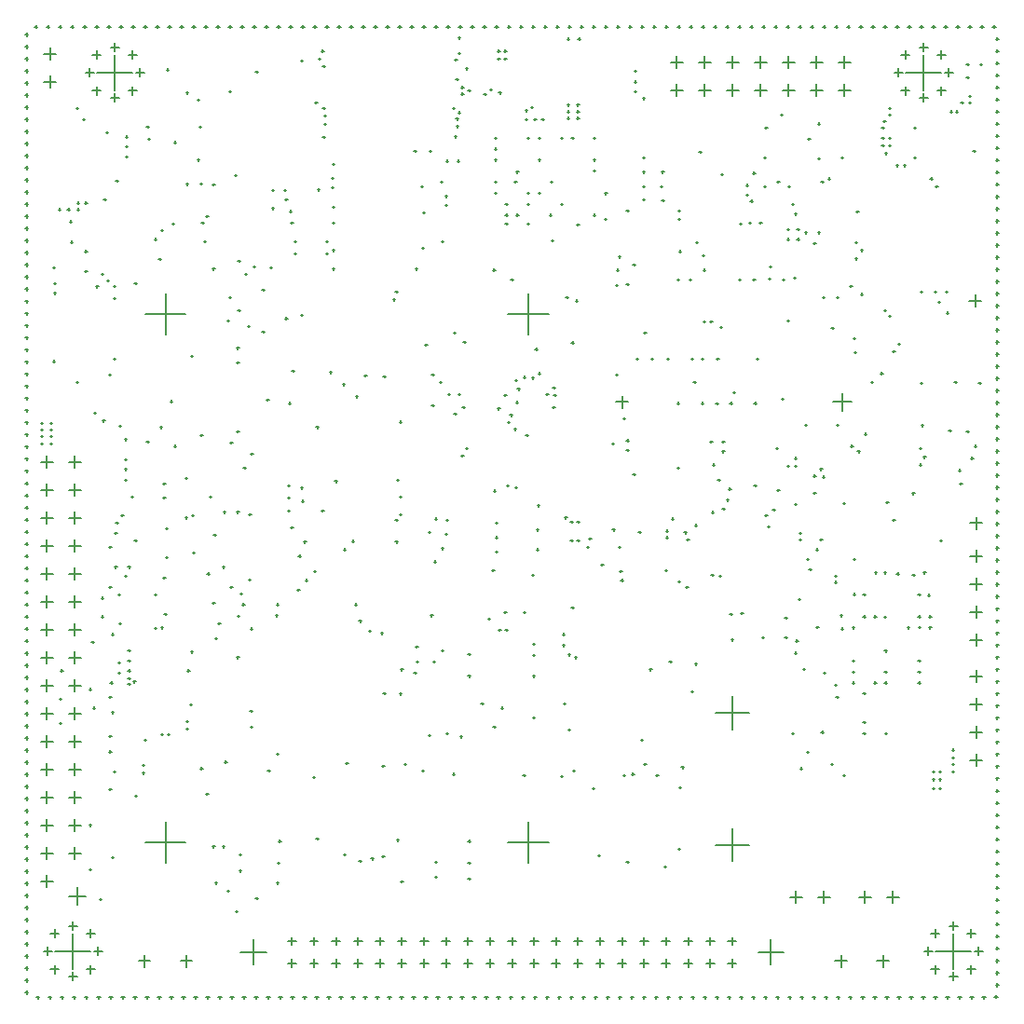
<source format=gbr>
G04*
G04 #@! TF.GenerationSoftware,Altium Limited,Altium Designer,24.9.1 (31)*
G04*
G04 Layer_Color=128*
%FSLAX44Y44*%
%MOMM*%
G71*
G04*
G04 #@! TF.SameCoordinates,E5D20A50-3BA1-4884-9652-F4273D7A4019*
G04*
G04*
G04 #@! TF.FilePolarity,Positive*
G04*
G01*
G75*
%ADD18C,0.1270*%
D18*
X246250Y40000D02*
X253750D01*
X250000Y36250D02*
Y43750D01*
X246250Y60000D02*
X253750D01*
X250000Y56250D02*
Y63750D01*
X266250Y40000D02*
X273750D01*
X270000Y36250D02*
Y43750D01*
X266250Y60000D02*
X273750D01*
X270000Y56250D02*
Y63750D01*
X286250Y40000D02*
X293750D01*
X290000Y36250D02*
Y43750D01*
X286250Y60000D02*
X293750D01*
X290000Y56250D02*
Y63750D01*
X306250Y40000D02*
X313750D01*
X310000Y36250D02*
Y43750D01*
X306250Y60000D02*
X313750D01*
X310000Y56250D02*
Y63750D01*
X326250Y40000D02*
X333750D01*
X330000Y36250D02*
Y43750D01*
X326250Y60000D02*
X333750D01*
X330000Y56250D02*
Y63750D01*
X346250Y40000D02*
X353750D01*
X350000Y36250D02*
Y43750D01*
X346250Y60000D02*
X353750D01*
X350000Y56250D02*
Y63750D01*
X366250Y40000D02*
X373750D01*
X370000Y36250D02*
Y43750D01*
X366250Y60000D02*
X373750D01*
X370000Y56250D02*
Y63750D01*
X386250Y40000D02*
X393750D01*
X390000Y36250D02*
Y43750D01*
X386250Y60000D02*
X393750D01*
X390000Y56250D02*
Y63750D01*
X406250Y40000D02*
X413750D01*
X410000Y36250D02*
Y43750D01*
X406250Y60000D02*
X413750D01*
X410000Y56250D02*
Y63750D01*
X426250Y40000D02*
X433750D01*
X430000Y36250D02*
Y43750D01*
X426250Y60000D02*
X433750D01*
X430000Y56250D02*
Y63750D01*
X446250Y40000D02*
X453750D01*
X450000Y36250D02*
Y43750D01*
X446250Y60000D02*
X453750D01*
X450000Y56250D02*
Y63750D01*
X466250Y40000D02*
X473750D01*
X470000Y36250D02*
Y43750D01*
X466250Y60000D02*
X473750D01*
X470000Y56250D02*
Y63750D01*
X486250Y40000D02*
X493750D01*
X490000Y36250D02*
Y43750D01*
X486250Y60000D02*
X493750D01*
X490000Y56250D02*
Y63750D01*
X506250Y40000D02*
X513750D01*
X510000Y36250D02*
Y43750D01*
X506250Y60000D02*
X513750D01*
X510000Y56250D02*
Y63750D01*
X526250Y40000D02*
X533750D01*
X530000Y36250D02*
Y43750D01*
X526250Y60000D02*
X533750D01*
X530000Y56250D02*
Y63750D01*
X546250Y40000D02*
X553750D01*
X550000Y36250D02*
Y43750D01*
X546250Y60000D02*
X553750D01*
X550000Y56250D02*
Y63750D01*
X566250Y40000D02*
X573750D01*
X570000Y36250D02*
Y43750D01*
X566250Y60000D02*
X573750D01*
X570000Y56250D02*
Y63750D01*
X586250Y40000D02*
X593750D01*
X590000Y36250D02*
Y43750D01*
X586250Y60000D02*
X593750D01*
X590000Y56250D02*
Y63750D01*
X606250Y40000D02*
X613750D01*
X610000Y36250D02*
Y43750D01*
X606250Y60000D02*
X613750D01*
X610000Y56250D02*
Y63750D01*
X626250Y40000D02*
X633750D01*
X630000Y36250D02*
Y43750D01*
X626250Y60000D02*
X633750D01*
X630000Y56250D02*
Y63750D01*
X646250Y40000D02*
X653750D01*
X650000Y36250D02*
Y43750D01*
X646250Y60000D02*
X653750D01*
X650000Y56250D02*
Y63750D01*
X203500Y50000D02*
X226500D01*
X215000Y38500D02*
Y61500D01*
X673500Y50000D02*
X696500D01*
X685000Y38500D02*
Y61500D01*
X743489Y42000D02*
X754411D01*
X748950Y36539D02*
Y47461D01*
X781589Y42000D02*
X792511D01*
X787050Y36539D02*
Y47461D01*
X110489Y42000D02*
X121411D01*
X115950Y36539D02*
Y47461D01*
X148589Y42000D02*
X159511D01*
X154050Y36539D02*
Y47461D01*
X727900Y100000D02*
X738900D01*
X733400Y94500D02*
Y105500D01*
X702500Y100000D02*
X713500D01*
X708000Y94500D02*
Y105500D01*
X790500Y100000D02*
X801500D01*
X796000Y94500D02*
Y105500D01*
X765100Y100000D02*
X776100D01*
X770600Y94500D02*
Y105500D01*
X47000Y101000D02*
X63000D01*
X55000Y93000D02*
Y109000D01*
X21900Y469900D02*
X32900D01*
X27400Y464400D02*
Y475400D01*
X21900Y495300D02*
X32900D01*
X27400Y489800D02*
Y500800D01*
X21900Y419100D02*
X32900D01*
X27400Y413600D02*
Y424600D01*
X21900Y444500D02*
X32900D01*
X27400Y439000D02*
Y450000D01*
X47300Y368300D02*
X58300D01*
X52800Y362800D02*
Y373800D01*
X47300Y393700D02*
X58300D01*
X52800Y388200D02*
Y399200D01*
X47300Y317500D02*
X58300D01*
X52800Y312000D02*
Y323000D01*
X47300Y342900D02*
X58300D01*
X52800Y337400D02*
Y348400D01*
X47300Y469900D02*
X58300D01*
X52800Y464400D02*
Y475400D01*
X47300Y495300D02*
X58300D01*
X52800Y489800D02*
Y500800D01*
X47300Y419100D02*
X58300D01*
X52800Y413600D02*
Y424600D01*
X47300Y444500D02*
X58300D01*
X52800Y439000D02*
Y450000D01*
X24500Y841000D02*
X35500D01*
X30000Y835500D02*
Y846500D01*
X24500Y866400D02*
X35500D01*
X30000Y860900D02*
Y871900D01*
X21900Y317500D02*
X32900D01*
X27400Y312000D02*
Y323000D01*
X21900Y342900D02*
X32900D01*
X27400Y337400D02*
Y348400D01*
X21900Y368300D02*
X32900D01*
X27400Y362800D02*
Y373800D01*
X21900Y393700D02*
X32900D01*
X27400Y388200D02*
Y399200D01*
X866500Y440000D02*
X877500D01*
X872000Y434500D02*
Y445500D01*
X866500Y300800D02*
X877500D01*
X872000Y295300D02*
Y306300D01*
X866500Y275400D02*
X877500D01*
X872000Y269900D02*
Y280900D01*
X866500Y250000D02*
X877500D01*
X872000Y244500D02*
Y255500D01*
X866500Y224600D02*
X877500D01*
X872000Y219100D02*
Y230100D01*
X866500Y409800D02*
X877500D01*
X872000Y404300D02*
Y415300D01*
X866500Y384400D02*
X877500D01*
X872000Y378900D02*
Y389900D01*
X866500Y359000D02*
X877500D01*
X872000Y353500D02*
Y364500D01*
X866500Y333600D02*
X877500D01*
X872000Y328100D02*
Y339100D01*
X47300Y215900D02*
X58300D01*
X52800Y210400D02*
Y221400D01*
X47300Y190500D02*
X58300D01*
X52800Y185000D02*
Y196000D01*
X47300Y165100D02*
X58300D01*
X52800Y159600D02*
Y170600D01*
X47300Y139700D02*
X58300D01*
X52800Y134200D02*
Y145200D01*
X47300Y241300D02*
X58300D01*
X52800Y235800D02*
Y246800D01*
X47300Y266700D02*
X58300D01*
X52800Y261200D02*
Y272200D01*
X47300Y292100D02*
X58300D01*
X52800Y286600D02*
Y297600D01*
X21900Y139700D02*
X32900D01*
X27400Y134200D02*
Y145200D01*
X21900Y165100D02*
X32900D01*
X27400Y159600D02*
Y170600D01*
X21900Y190500D02*
X32900D01*
X27400Y185000D02*
Y196000D01*
X21900Y292100D02*
X32900D01*
X27400Y286600D02*
Y297600D01*
X21900Y266700D02*
X32900D01*
X27400Y261200D02*
Y272200D01*
X21900Y241300D02*
X32900D01*
X27400Y235800D02*
Y246800D01*
X21900Y215900D02*
X32900D01*
X27400Y210400D02*
Y221400D01*
X21900Y114300D02*
X32900D01*
X27400Y108800D02*
Y119800D01*
X865500Y642000D02*
X876500D01*
X871000Y636500D02*
Y647500D01*
X544250Y550000D02*
X555750D01*
X550000Y544250D02*
Y555750D01*
X741750Y550000D02*
X758250D01*
X750000Y541750D02*
Y558250D01*
X635000Y267500D02*
X665000D01*
X650000Y252500D02*
Y282500D01*
X635000Y147500D02*
X665000D01*
X650000Y132500D02*
Y162500D01*
X116500Y150000D02*
X153500D01*
X135000Y131500D02*
Y168500D01*
X446500Y630000D02*
X483500D01*
X465000Y611500D02*
Y648500D01*
X116500Y630000D02*
X153500D01*
X135000Y611500D02*
Y648500D01*
X446500Y150000D02*
X483500D01*
X465000Y131500D02*
Y168500D01*
X746700Y833300D02*
X757700D01*
X752200Y827800D02*
Y838800D01*
X746700Y858700D02*
X757700D01*
X752200Y853200D02*
Y864200D01*
X721300Y833300D02*
X732300D01*
X726800Y827800D02*
Y838800D01*
X721300Y858700D02*
X732300D01*
X726800Y853200D02*
Y864200D01*
X695900Y833300D02*
X706900D01*
X701400Y827800D02*
Y838800D01*
X695900Y858700D02*
X706900D01*
X701400Y853200D02*
Y864200D01*
X670500Y833300D02*
X681500D01*
X676000Y827800D02*
Y838800D01*
X670500Y858700D02*
X681500D01*
X676000Y853200D02*
Y864200D01*
X645100Y833300D02*
X656100D01*
X650600Y827800D02*
Y838800D01*
X645100Y858700D02*
X656100D01*
X650600Y853200D02*
Y864200D01*
X619700Y833300D02*
X630700D01*
X625200Y827800D02*
Y838800D01*
X619700Y858700D02*
X630700D01*
X625200Y853200D02*
Y864200D01*
X594300Y833300D02*
X605300D01*
X599800Y827800D02*
Y838800D01*
X594300Y858700D02*
X605300D01*
X599800Y853200D02*
Y864200D01*
X836154Y833036D02*
X843774D01*
X839965Y829225D02*
Y836845D01*
X803826Y833036D02*
X811445D01*
X807635Y829225D02*
Y836845D01*
X803826Y865365D02*
X811445D01*
X807635Y861554D02*
Y869174D01*
X836154Y865365D02*
X843774D01*
X839965Y861554D02*
Y869174D01*
X842850Y849200D02*
X850470D01*
X846660Y845390D02*
Y853010D01*
X819990Y826340D02*
X827610D01*
X823800Y822530D02*
Y830150D01*
X797130Y849200D02*
X804750D01*
X800940Y845390D02*
Y853010D01*
X819990Y872060D02*
X827610D01*
X823800Y868250D02*
Y875870D01*
X807900Y849200D02*
X839700D01*
X823800Y833300D02*
Y865100D01*
X101255Y833036D02*
X108875D01*
X105064Y829225D02*
Y836845D01*
X68925Y833036D02*
X76546D01*
X72736Y829225D02*
Y836845D01*
X68925Y865365D02*
X76546D01*
X72736Y861554D02*
Y869174D01*
X101255Y865365D02*
X108875D01*
X105064Y861554D02*
Y869174D01*
X107950Y849200D02*
X115570D01*
X111760Y845390D02*
Y853010D01*
X85090Y826340D02*
X92710D01*
X88900Y822530D02*
Y830150D01*
X62230Y849200D02*
X69850D01*
X66040Y845390D02*
Y853010D01*
X85090Y872060D02*
X92710D01*
X88900Y868250D02*
Y875870D01*
X73000Y849200D02*
X104800D01*
X88900Y833300D02*
Y865100D01*
X863254Y34636D02*
X870874D01*
X867065Y30826D02*
Y38445D01*
X830926Y34636D02*
X838546D01*
X834735Y30826D02*
Y38445D01*
X830926Y66965D02*
X838546D01*
X834735Y63155D02*
Y70774D01*
X863254Y66965D02*
X870874D01*
X867065Y63155D02*
Y70774D01*
X869950Y50800D02*
X877570D01*
X873760Y46990D02*
Y54610D01*
X847090Y27940D02*
X854710D01*
X850900Y24130D02*
Y31750D01*
X824230Y50800D02*
X831850D01*
X828040Y46990D02*
Y54610D01*
X847090Y73660D02*
X854710D01*
X850900Y69850D02*
Y77470D01*
X835000Y50800D02*
X866800D01*
X850900Y34900D02*
Y66700D01*
X63155Y34636D02*
X70774D01*
X66965Y30826D02*
Y38445D01*
X30826Y34636D02*
X38445D01*
X34636Y30826D02*
Y38445D01*
X30826Y66965D02*
X38445D01*
X34636Y63155D02*
Y70774D01*
X63155Y66965D02*
X70774D01*
X66965Y63155D02*
Y70774D01*
X69850Y50800D02*
X77470D01*
X73660Y46990D02*
Y54610D01*
X46990Y27940D02*
X54610D01*
X50800Y24130D02*
Y31750D01*
X24130Y50800D02*
X31750D01*
X27940Y46990D02*
Y54610D01*
X46990Y73660D02*
X54610D01*
X50800Y69850D02*
Y77470D01*
X34900Y50800D02*
X66700D01*
X50800Y34900D02*
Y66700D01*
X886522Y891004D02*
X889522D01*
X888022Y889504D02*
Y892504D01*
X875502Y891001D02*
X878502D01*
X877002Y889501D02*
Y892501D01*
X864482Y891001D02*
X867482D01*
X865982Y889501D02*
Y892501D01*
X853462Y891001D02*
X856462D01*
X854962Y889501D02*
Y892501D01*
X842442Y891001D02*
X845442D01*
X843942Y889501D02*
Y892501D01*
X831422Y891001D02*
X834422D01*
X832922Y889501D02*
Y892501D01*
X820402Y891001D02*
X823402D01*
X821902Y889501D02*
Y892501D01*
X809382Y891001D02*
X812382D01*
X810882Y889501D02*
Y892501D01*
X798362Y891001D02*
X801362D01*
X799862Y889501D02*
Y892501D01*
X787342Y891001D02*
X790342D01*
X788842Y889501D02*
Y892501D01*
X776322Y891001D02*
X779322D01*
X777822Y889501D02*
Y892501D01*
X765302Y891001D02*
X768302D01*
X766802Y889501D02*
Y892501D01*
X754282Y891001D02*
X757282D01*
X755782Y889501D02*
Y892501D01*
X743262Y891001D02*
X746262D01*
X744762Y889501D02*
Y892501D01*
X732242Y891001D02*
X735242D01*
X733742Y889501D02*
Y892501D01*
X721222Y891001D02*
X724222D01*
X722722Y889501D02*
Y892501D01*
X710202Y891001D02*
X713202D01*
X711702Y889501D02*
Y892501D01*
X699182Y891001D02*
X702182D01*
X700682Y889501D02*
Y892501D01*
X688162Y891001D02*
X691162D01*
X689662Y889501D02*
Y892501D01*
X677142Y891001D02*
X680142D01*
X678642Y889501D02*
Y892501D01*
X666122Y891001D02*
X669122D01*
X667622Y889501D02*
Y892501D01*
X655102Y891001D02*
X658102D01*
X656602Y889501D02*
Y892501D01*
X644082Y891001D02*
X647082D01*
X645582Y889501D02*
Y892501D01*
X633062Y891001D02*
X636062D01*
X634562Y889501D02*
Y892501D01*
X622042Y891001D02*
X625042D01*
X623542Y889501D02*
Y892501D01*
X611022Y891001D02*
X614022D01*
X612522Y889501D02*
Y892501D01*
X600002Y891001D02*
X603002D01*
X601502Y889501D02*
Y892501D01*
X588982Y891001D02*
X591982D01*
X590482Y889501D02*
Y892501D01*
X577962Y891001D02*
X580962D01*
X579462Y889501D02*
Y892501D01*
X566942Y891001D02*
X569942D01*
X568442Y889501D02*
Y892501D01*
X555922Y891001D02*
X558922D01*
X557422Y889501D02*
Y892501D01*
X544902Y891001D02*
X547902D01*
X546402Y889501D02*
Y892501D01*
X533882Y891001D02*
X536882D01*
X535382Y889501D02*
Y892501D01*
X522862Y891001D02*
X525862D01*
X524362Y889501D02*
Y892501D01*
X511842Y891001D02*
X514842D01*
X513342Y889501D02*
Y892501D01*
X500822Y891001D02*
X503822D01*
X502322Y889501D02*
Y892501D01*
X489802Y891001D02*
X492802D01*
X491302Y889501D02*
Y892501D01*
X478782Y891001D02*
X481782D01*
X480282Y889501D02*
Y892501D01*
X467762Y891001D02*
X470762D01*
X469262Y889501D02*
Y892501D01*
X456742Y891001D02*
X459742D01*
X458242Y889501D02*
Y892501D01*
X445722Y891001D02*
X448722D01*
X447222Y889501D02*
Y892501D01*
X434702Y891001D02*
X437702D01*
X436202Y889501D02*
Y892501D01*
X423682Y891001D02*
X426682D01*
X425182Y889501D02*
Y892501D01*
X412662Y891001D02*
X415662D01*
X414162Y889501D02*
Y892501D01*
X401642Y891001D02*
X404642D01*
X403142Y889501D02*
Y892501D01*
X390622Y891001D02*
X393622D01*
X392122Y889501D02*
Y892501D01*
X379602Y891001D02*
X382602D01*
X381102Y889501D02*
Y892501D01*
X368582Y891001D02*
X371582D01*
X370082Y889501D02*
Y892501D01*
X357562Y891001D02*
X360562D01*
X359062Y889501D02*
Y892501D01*
X346542Y891001D02*
X349542D01*
X348042Y889501D02*
Y892501D01*
X335522Y891001D02*
X338522D01*
X337022Y889501D02*
Y892501D01*
X324502Y891001D02*
X327502D01*
X326002Y889501D02*
Y892501D01*
X313482Y891001D02*
X316482D01*
X314982Y889501D02*
Y892501D01*
X302462Y891001D02*
X305462D01*
X303962Y889501D02*
Y892501D01*
X291442Y891001D02*
X294442D01*
X292942Y889501D02*
Y892501D01*
X280422Y891001D02*
X283422D01*
X281922Y889501D02*
Y892501D01*
X269402Y891001D02*
X272402D01*
X270902Y889501D02*
Y892501D01*
X258382Y891001D02*
X261382D01*
X259882Y889501D02*
Y892501D01*
X247362Y891001D02*
X250362D01*
X248862Y889501D02*
Y892501D01*
X236342Y891001D02*
X239342D01*
X237842Y889501D02*
Y892501D01*
X225322Y891001D02*
X228322D01*
X226822Y889501D02*
Y892501D01*
X214302Y891001D02*
X217302D01*
X215802Y889501D02*
Y892501D01*
X203282Y891001D02*
X206282D01*
X204782Y889501D02*
Y892501D01*
X192262Y891001D02*
X195262D01*
X193762Y889501D02*
Y892501D01*
X181242Y891001D02*
X184242D01*
X182742Y889501D02*
Y892501D01*
X170222Y891001D02*
X173222D01*
X171722Y889501D02*
Y892501D01*
X159202Y891001D02*
X162202D01*
X160702Y889501D02*
Y892501D01*
X148182Y891001D02*
X151182D01*
X149682Y889501D02*
Y892501D01*
X137162Y891001D02*
X140162D01*
X138662Y889501D02*
Y892501D01*
X126142Y891001D02*
X129142D01*
X127642Y889501D02*
Y892501D01*
X115122Y891001D02*
X118122D01*
X116622Y889501D02*
Y892501D01*
X104102Y891001D02*
X107102D01*
X105602Y889501D02*
Y892501D01*
X93082Y891001D02*
X96082D01*
X94582Y889501D02*
Y892501D01*
X82062Y891001D02*
X85062D01*
X83562Y889501D02*
Y892501D01*
X71042Y891001D02*
X74042D01*
X72542Y889501D02*
Y892501D01*
X60022Y891001D02*
X63022D01*
X61522Y889501D02*
Y892501D01*
X49002Y891001D02*
X52002D01*
X50502Y889501D02*
Y892501D01*
X37982Y891001D02*
X40982D01*
X39482Y889501D02*
Y892501D01*
X26962Y891001D02*
X29962D01*
X28462Y889501D02*
Y892501D01*
X15942Y891001D02*
X18942D01*
X17442Y889501D02*
Y892501D01*
X7499Y883919D02*
X10499D01*
X8999Y882419D02*
Y885419D01*
X7499Y872899D02*
X10499D01*
X8999Y871399D02*
Y874399D01*
X7499Y861879D02*
X10499D01*
X8999Y860379D02*
Y863379D01*
X7499Y850859D02*
X10499D01*
X8999Y849359D02*
Y852359D01*
X7499Y839839D02*
X10499D01*
X8999Y838339D02*
Y841339D01*
X7499Y828819D02*
X10499D01*
X8999Y827319D02*
Y830319D01*
X7499Y817799D02*
X10499D01*
X8999Y816299D02*
Y819299D01*
X7499Y806779D02*
X10499D01*
X8999Y805279D02*
Y808279D01*
X7499Y795759D02*
X10499D01*
X8999Y794259D02*
Y797259D01*
X7499Y784739D02*
X10499D01*
X8999Y783239D02*
Y786239D01*
X7499Y773719D02*
X10499D01*
X8999Y772219D02*
Y775219D01*
X7499Y762699D02*
X10499D01*
X8999Y761199D02*
Y764199D01*
X7499Y751679D02*
X10499D01*
X8999Y750179D02*
Y753179D01*
X7499Y740659D02*
X10499D01*
X8999Y739159D02*
Y742159D01*
X7499Y729639D02*
X10499D01*
X8999Y728139D02*
Y731139D01*
X7499Y718619D02*
X10499D01*
X8999Y717119D02*
Y720119D01*
X7499Y707599D02*
X10499D01*
X8999Y706099D02*
Y709099D01*
X7499Y696579D02*
X10499D01*
X8999Y695079D02*
Y698079D01*
X7499Y685559D02*
X10499D01*
X8999Y684059D02*
Y687059D01*
X7499Y674539D02*
X10499D01*
X8999Y673039D02*
Y676039D01*
X7499Y663519D02*
X10499D01*
X8999Y662019D02*
Y665019D01*
X7499Y652499D02*
X10499D01*
X8999Y650999D02*
Y653999D01*
X7499Y641479D02*
X10499D01*
X8999Y639979D02*
Y642979D01*
X7499Y630459D02*
X10499D01*
X8999Y628959D02*
Y631959D01*
X7499Y619439D02*
X10499D01*
X8999Y617939D02*
Y620939D01*
X7499Y608419D02*
X10499D01*
X8999Y606919D02*
Y609919D01*
X7499Y597399D02*
X10499D01*
X8999Y595899D02*
Y598899D01*
X7499Y586379D02*
X10499D01*
X8999Y584879D02*
Y587879D01*
X7499Y575359D02*
X10499D01*
X8999Y573859D02*
Y576859D01*
X7499Y564339D02*
X10499D01*
X8999Y562839D02*
Y565839D01*
X7499Y553319D02*
X10499D01*
X8999Y551819D02*
Y554819D01*
X7499Y542299D02*
X10499D01*
X8999Y540799D02*
Y543799D01*
X7499Y531279D02*
X10499D01*
X8999Y529779D02*
Y532779D01*
X7499Y520259D02*
X10499D01*
X8999Y518759D02*
Y521759D01*
X7499Y509239D02*
X10499D01*
X8999Y507739D02*
Y510739D01*
X7499Y498219D02*
X10499D01*
X8999Y496719D02*
Y499719D01*
X7499Y487199D02*
X10499D01*
X8999Y485699D02*
Y488699D01*
X7499Y476179D02*
X10499D01*
X8999Y474679D02*
Y477679D01*
X7499Y465159D02*
X10499D01*
X8999Y463659D02*
Y466659D01*
X7499Y454139D02*
X10499D01*
X8999Y452639D02*
Y455639D01*
X7499Y443119D02*
X10499D01*
X8999Y441619D02*
Y444619D01*
X7499Y432099D02*
X10499D01*
X8999Y430599D02*
Y433599D01*
X7499Y421079D02*
X10499D01*
X8999Y419579D02*
Y422579D01*
X7499Y410059D02*
X10499D01*
X8999Y408559D02*
Y411559D01*
X7499Y399039D02*
X10499D01*
X8999Y397539D02*
Y400539D01*
X7499Y388019D02*
X10499D01*
X8999Y386519D02*
Y389519D01*
X7499Y376999D02*
X10499D01*
X8999Y375499D02*
Y378499D01*
X7499Y365979D02*
X10499D01*
X8999Y364479D02*
Y367479D01*
X7499Y354959D02*
X10499D01*
X8999Y353459D02*
Y356459D01*
X7499Y343939D02*
X10499D01*
X8999Y342439D02*
Y345439D01*
X7499Y332919D02*
X10499D01*
X8999Y331419D02*
Y334419D01*
X7499Y321899D02*
X10499D01*
X8999Y320399D02*
Y323399D01*
X7499Y310879D02*
X10499D01*
X8999Y309379D02*
Y312379D01*
X7499Y299859D02*
X10499D01*
X8999Y298359D02*
Y301359D01*
X7499Y288839D02*
X10499D01*
X8999Y287339D02*
Y290339D01*
X7499Y277819D02*
X10499D01*
X8999Y276320D02*
Y279319D01*
X7499Y266800D02*
X10499D01*
X8999Y265299D02*
Y268300D01*
X7499Y255779D02*
X10499D01*
X8999Y254279D02*
Y257279D01*
X7499Y244760D02*
X10499D01*
X8999Y243260D02*
Y246259D01*
X7499Y233739D02*
X10499D01*
X8999Y232239D02*
Y235240D01*
X7499Y222719D02*
X10499D01*
X8999Y221220D02*
Y224219D01*
X7499Y211700D02*
X10499D01*
X8999Y210200D02*
Y213200D01*
X7499Y200679D02*
X10499D01*
X8999Y199179D02*
Y202180D01*
X7499Y189660D02*
X10499D01*
X8999Y188160D02*
Y191159D01*
X7499Y178640D02*
X10499D01*
X8999Y177139D02*
Y180140D01*
X7499Y167619D02*
X10499D01*
X8999Y166119D02*
Y169119D01*
X7499Y156600D02*
X10499D01*
X8999Y155099D02*
Y158099D01*
X7499Y145580D02*
X10499D01*
X8999Y144080D02*
Y147079D01*
X7499Y134559D02*
X10499D01*
X8999Y133060D02*
Y136060D01*
X7499Y123540D02*
X10499D01*
X8999Y122040D02*
Y125040D01*
X7499Y112520D02*
X10499D01*
X8999Y111020D02*
Y114020D01*
X7499Y101500D02*
X10499D01*
X8999Y100000D02*
Y103000D01*
X7499Y90480D02*
X10499D01*
X8999Y88980D02*
Y91980D01*
X7499Y79460D02*
X10499D01*
X8999Y77960D02*
Y80960D01*
X7499Y68440D02*
X10499D01*
X8999Y66940D02*
Y69940D01*
X7499Y57420D02*
X10499D01*
X8999Y55920D02*
Y58920D01*
X7499Y46400D02*
X10499D01*
X8999Y44900D02*
Y47900D01*
X7499Y35380D02*
X10499D01*
X8999Y33880D02*
Y36880D01*
X7499Y24360D02*
X10499D01*
X8999Y22860D02*
Y25860D01*
X7499Y13340D02*
X10499D01*
X8999Y11840D02*
Y14840D01*
X17628Y8999D02*
X20628D01*
X19128Y7499D02*
Y10499D01*
X28648Y8999D02*
X31648D01*
X30148Y7499D02*
Y10499D01*
X39668Y8999D02*
X42668D01*
X41168Y7499D02*
Y10499D01*
X50688Y8999D02*
X53688D01*
X52188Y7499D02*
Y10499D01*
X61708Y8999D02*
X64708D01*
X63208Y7499D02*
Y10499D01*
X72728Y8999D02*
X75728D01*
X74228Y7499D02*
Y10499D01*
X83748Y8999D02*
X86748D01*
X85248Y7499D02*
Y10499D01*
X94768Y8999D02*
X97768D01*
X96268Y7499D02*
Y10499D01*
X105788Y8999D02*
X108788D01*
X107288Y7499D02*
Y10499D01*
X116808Y8999D02*
X119808D01*
X118308Y7499D02*
Y10499D01*
X127828Y8999D02*
X130828D01*
X129328Y7499D02*
Y10499D01*
X138848Y8999D02*
X141848D01*
X140348Y7499D02*
Y10499D01*
X149868Y8999D02*
X152868D01*
X151368Y7499D02*
Y10499D01*
X160888Y8999D02*
X163888D01*
X162388Y7499D02*
Y10499D01*
X171908Y8999D02*
X174908D01*
X173408Y7499D02*
Y10499D01*
X182928Y8999D02*
X185928D01*
X184428Y7499D02*
Y10499D01*
X193948Y8999D02*
X196948D01*
X195448Y7499D02*
Y10499D01*
X204968Y8999D02*
X207968D01*
X206468Y7499D02*
Y10499D01*
X215988Y8999D02*
X218988D01*
X217488Y7499D02*
Y10499D01*
X227008Y8999D02*
X230008D01*
X228508Y7499D02*
Y10499D01*
X238028Y8999D02*
X241028D01*
X239528Y7499D02*
Y10499D01*
X249048Y8999D02*
X252048D01*
X250548Y7499D02*
Y10499D01*
X260068Y8999D02*
X263068D01*
X261568Y7499D02*
Y10499D01*
X271088Y8999D02*
X274088D01*
X272588Y7499D02*
Y10499D01*
X282108Y8999D02*
X285108D01*
X283608Y7499D02*
Y10499D01*
X293128Y8999D02*
X296128D01*
X294628Y7499D02*
Y10499D01*
X304148Y8999D02*
X307148D01*
X305648Y7499D02*
Y10499D01*
X315168Y8999D02*
X318168D01*
X316668Y7499D02*
Y10499D01*
X326188Y8999D02*
X329188D01*
X327688Y7499D02*
Y10499D01*
X337208Y8999D02*
X340208D01*
X338708Y7499D02*
Y10499D01*
X348228Y8999D02*
X351228D01*
X349728Y7499D02*
Y10499D01*
X359248Y8999D02*
X362248D01*
X360748Y7499D02*
Y10499D01*
X370268Y8999D02*
X373268D01*
X371768Y7499D02*
Y10499D01*
X381288Y8999D02*
X384288D01*
X382788Y7499D02*
Y10499D01*
X392308Y8999D02*
X395308D01*
X393808Y7499D02*
Y10499D01*
X403328Y8999D02*
X406328D01*
X404828Y7499D02*
Y10499D01*
X414348Y8999D02*
X417348D01*
X415848Y7499D02*
Y10499D01*
X425368Y8999D02*
X428368D01*
X426868Y7499D02*
Y10499D01*
X436388Y8999D02*
X439388D01*
X437888Y7499D02*
Y10499D01*
X447408Y8999D02*
X450408D01*
X448908Y7499D02*
Y10499D01*
X458428Y8999D02*
X461428D01*
X459928Y7499D02*
Y10499D01*
X469448Y8999D02*
X472448D01*
X470948Y7499D02*
Y10499D01*
X480468Y8999D02*
X483468D01*
X481968Y7499D02*
Y10499D01*
X491488Y8999D02*
X494488D01*
X492988Y7499D02*
Y10499D01*
X502508Y8999D02*
X505508D01*
X504008Y7499D02*
Y10499D01*
X513528Y8999D02*
X516528D01*
X515028Y7499D02*
Y10499D01*
X524548Y8999D02*
X527548D01*
X526048Y7499D02*
Y10499D01*
X535568Y8999D02*
X538568D01*
X537068Y7499D02*
Y10499D01*
X546588Y8999D02*
X549588D01*
X548088Y7499D02*
Y10499D01*
X557608Y8999D02*
X560608D01*
X559108Y7499D02*
Y10499D01*
X568628Y8999D02*
X571628D01*
X570128Y7499D02*
Y10499D01*
X579648Y8999D02*
X582648D01*
X581148Y7499D02*
Y10499D01*
X590668Y8999D02*
X593668D01*
X592168Y7499D02*
Y10499D01*
X601688Y8999D02*
X604688D01*
X603188Y7499D02*
Y10499D01*
X612708Y8999D02*
X615708D01*
X614208Y7499D02*
Y10499D01*
X623728Y8999D02*
X626728D01*
X625228Y7499D02*
Y10499D01*
X634748Y8999D02*
X637748D01*
X636248Y7499D02*
Y10499D01*
X645768Y8999D02*
X648768D01*
X647268Y7499D02*
Y10499D01*
X656788Y8999D02*
X659788D01*
X658288Y7499D02*
Y10499D01*
X667808Y8999D02*
X670808D01*
X669308Y7499D02*
Y10499D01*
X678828Y8999D02*
X681828D01*
X680328Y7499D02*
Y10499D01*
X689848Y8999D02*
X692848D01*
X691348Y7499D02*
Y10499D01*
X700868Y8999D02*
X703868D01*
X702368Y7499D02*
Y10499D01*
X711888Y8999D02*
X714888D01*
X713388Y7499D02*
Y10499D01*
X722908Y8999D02*
X725908D01*
X724408Y7499D02*
Y10499D01*
X733928Y8999D02*
X736928D01*
X735428Y7499D02*
Y10499D01*
X744948Y8999D02*
X747948D01*
X746448Y7499D02*
Y10499D01*
X755968Y8999D02*
X758968D01*
X757468Y7499D02*
Y10499D01*
X766988Y8999D02*
X769988D01*
X768488Y7499D02*
Y10499D01*
X778008Y8999D02*
X781008D01*
X779508Y7499D02*
Y10499D01*
X789028Y8999D02*
X792028D01*
X790528Y7499D02*
Y10499D01*
X800048Y8999D02*
X803048D01*
X801548Y7499D02*
Y10499D01*
X811068Y8999D02*
X814068D01*
X812568Y7499D02*
Y10499D01*
X822088Y8999D02*
X825088D01*
X823588Y7499D02*
Y10499D01*
X833108Y8999D02*
X836108D01*
X834608Y7499D02*
Y10499D01*
X844128Y8999D02*
X847128D01*
X845628Y7499D02*
Y10499D01*
X855148Y8999D02*
X858148D01*
X856648Y7499D02*
Y10499D01*
X866168Y8999D02*
X869168D01*
X867668Y7499D02*
Y10499D01*
X877188Y8999D02*
X880188D01*
X878688Y7499D02*
Y10499D01*
X888195Y9522D02*
X891195D01*
X889695Y8022D02*
Y11022D01*
X889501Y20464D02*
X892501D01*
X891001Y18964D02*
Y21964D01*
X889501Y31484D02*
X892501D01*
X891001Y29984D02*
Y32984D01*
X889501Y42504D02*
X892501D01*
X891001Y41004D02*
Y44004D01*
X889501Y53524D02*
X892501D01*
X891001Y52024D02*
Y55024D01*
X889501Y64544D02*
X892501D01*
X891001Y63044D02*
Y66044D01*
X889501Y75564D02*
X892501D01*
X891001Y74064D02*
Y77064D01*
X889501Y86584D02*
X892501D01*
X891001Y85084D02*
Y88084D01*
X889501Y97604D02*
X892501D01*
X891001Y96104D02*
Y99104D01*
X889501Y108624D02*
X892501D01*
X891001Y107124D02*
Y110124D01*
X889501Y119644D02*
X892501D01*
X891001Y118144D02*
Y121144D01*
X889501Y130664D02*
X892501D01*
X891001Y129164D02*
Y132164D01*
X889501Y141684D02*
X892501D01*
X891001Y140184D02*
Y143184D01*
X889501Y152704D02*
X892501D01*
X891001Y151204D02*
Y154204D01*
X889501Y163724D02*
X892501D01*
X891001Y162224D02*
Y165224D01*
X889501Y174744D02*
X892501D01*
X891001Y173244D02*
Y176244D01*
X889501Y185764D02*
X892501D01*
X891001Y184264D02*
Y187264D01*
X889501Y196784D02*
X892501D01*
X891001Y195284D02*
Y198284D01*
X889501Y207804D02*
X892501D01*
X891001Y206304D02*
Y209304D01*
X889501Y218824D02*
X892501D01*
X891001Y217324D02*
Y220324D01*
X889501Y229844D02*
X892501D01*
X891001Y228344D02*
Y231344D01*
X889501Y240864D02*
X892501D01*
X891001Y239364D02*
Y242364D01*
X889501Y251884D02*
X892501D01*
X891001Y250384D02*
Y253384D01*
X889501Y262904D02*
X892501D01*
X891001Y261404D02*
Y264404D01*
X889501Y273924D02*
X892501D01*
X891001Y272424D02*
Y275424D01*
X889501Y284944D02*
X892501D01*
X891001Y283444D02*
Y286444D01*
X889501Y295964D02*
X892501D01*
X891001Y294464D02*
Y297464D01*
X889501Y306984D02*
X892501D01*
X891001Y305484D02*
Y308484D01*
X889501Y318004D02*
X892501D01*
X891001Y316504D02*
Y319504D01*
X889501Y329024D02*
X892501D01*
X891001Y327524D02*
Y330524D01*
X889501Y340044D02*
X892501D01*
X891001Y338544D02*
Y341544D01*
X889501Y351064D02*
X892501D01*
X891001Y349564D02*
Y352564D01*
X889501Y362084D02*
X892501D01*
X891001Y360584D02*
Y363584D01*
X889501Y373104D02*
X892501D01*
X891001Y371604D02*
Y374604D01*
X889501Y384124D02*
X892501D01*
X891001Y382624D02*
Y385624D01*
X889501Y395144D02*
X892501D01*
X891001Y393644D02*
Y396644D01*
X889501Y406164D02*
X892501D01*
X891001Y404664D02*
Y407664D01*
X889501Y417184D02*
X892501D01*
X891001Y415684D02*
Y418684D01*
X889501Y428204D02*
X892501D01*
X891001Y426704D02*
Y429704D01*
X889501Y439224D02*
X892501D01*
X891001Y437724D02*
Y440724D01*
X889501Y450244D02*
X892501D01*
X891001Y448744D02*
Y451744D01*
X889501Y461264D02*
X892501D01*
X891001Y459764D02*
Y462764D01*
X889501Y472284D02*
X892501D01*
X891001Y470784D02*
Y473784D01*
X889501Y483304D02*
X892501D01*
X891001Y481804D02*
Y484804D01*
X889501Y494324D02*
X892501D01*
X891001Y492824D02*
Y495824D01*
X889501Y505344D02*
X892501D01*
X891001Y503844D02*
Y506844D01*
X889501Y516364D02*
X892501D01*
X891001Y514864D02*
Y517864D01*
X889501Y527384D02*
X892501D01*
X891001Y525884D02*
Y528884D01*
X889501Y538404D02*
X892501D01*
X891001Y536904D02*
Y539904D01*
X889501Y549424D02*
X892501D01*
X891001Y547924D02*
Y550924D01*
X889501Y560444D02*
X892501D01*
X891001Y558944D02*
Y561944D01*
X889501Y571464D02*
X892501D01*
X891001Y569964D02*
Y572964D01*
X889501Y582484D02*
X892501D01*
X891001Y580984D02*
Y583984D01*
X889501Y593504D02*
X892501D01*
X891001Y592004D02*
Y595004D01*
X889501Y604524D02*
X892501D01*
X891001Y603024D02*
Y606024D01*
X889501Y615544D02*
X892501D01*
X891001Y614044D02*
Y617044D01*
X889501Y626564D02*
X892501D01*
X891001Y625064D02*
Y628064D01*
X889501Y637584D02*
X892501D01*
X891001Y636084D02*
Y639084D01*
X889501Y648604D02*
X892501D01*
X891001Y647104D02*
Y650104D01*
X889501Y659624D02*
X892501D01*
X891001Y658124D02*
Y661124D01*
X889501Y670644D02*
X892501D01*
X891001Y669144D02*
Y672144D01*
X889501Y681664D02*
X892501D01*
X891001Y680164D02*
Y683164D01*
X889501Y692684D02*
X892501D01*
X891001Y691184D02*
Y694184D01*
X889501Y703704D02*
X892501D01*
X891001Y702204D02*
Y705203D01*
X889501Y714724D02*
X892501D01*
X891001Y713223D02*
Y716224D01*
X889501Y725743D02*
X892501D01*
X891001Y724243D02*
Y727243D01*
X889501Y736764D02*
X892501D01*
X891001Y735264D02*
Y738263D01*
X889501Y747784D02*
X892501D01*
X891001Y746283D02*
Y749284D01*
X889501Y758803D02*
X892501D01*
X891001Y757303D02*
Y760303D01*
X889501Y769824D02*
X892501D01*
X891001Y768324D02*
Y771323D01*
X889501Y780844D02*
X892501D01*
X891001Y779343D02*
Y782344D01*
X889501Y791863D02*
X892501D01*
X891001Y790363D02*
Y793363D01*
X889501Y802884D02*
X892501D01*
X891001Y801384D02*
Y804383D01*
X889501Y813904D02*
X892501D01*
X891001Y812403D02*
Y815404D01*
X889501Y824923D02*
X892501D01*
X891001Y823423D02*
Y826423D01*
X889501Y835944D02*
X892501D01*
X891001Y834444D02*
Y837443D01*
X889501Y846964D02*
X892501D01*
X891001Y845463D02*
Y848464D01*
X889501Y857983D02*
X892501D01*
X891001Y856484D02*
Y859483D01*
X889501Y869003D02*
X892501D01*
X891001Y867503D02*
Y870503D01*
X889501Y880023D02*
X892501D01*
X891001Y878523D02*
Y881523D01*
X567000Y243000D02*
X569000D01*
X568000Y242000D02*
Y244000D01*
X551000Y211000D02*
X553000D01*
X552000Y210000D02*
Y212000D01*
X422000Y276000D02*
X424000D01*
X423000Y275000D02*
Y277000D01*
X307000Y366000D02*
X309000D01*
X308000Y365000D02*
Y367000D01*
X377000Y575000D02*
X379000D01*
X378000Y574000D02*
Y576000D01*
X377000Y547000D02*
X379000D01*
X378000Y546000D02*
Y548000D01*
X384000Y568000D02*
X386000D01*
X385000Y567000D02*
Y569000D01*
X444000Y712000D02*
X446000D01*
X445000Y711000D02*
Y713000D01*
X389000Y737000D02*
X391000D01*
X390000Y736000D02*
Y738000D01*
X400000Y769000D02*
X402000D01*
X401000Y768000D02*
Y770000D01*
X389000Y729000D02*
X391000D01*
X390000Y728000D02*
Y730000D01*
Y769000D02*
X392000D01*
X391000Y768000D02*
Y770000D01*
X554000Y724000D02*
X556000D01*
X555000Y723000D02*
Y725000D01*
X601000Y716000D02*
X603000D01*
X602000Y715000D02*
Y717000D01*
X601000Y724000D02*
X603000D01*
X602000Y723000D02*
Y725000D01*
X379000Y405000D02*
X381000D01*
X380000Y404000D02*
Y406000D01*
X389000Y430000D02*
X391000D01*
X390000Y429000D02*
Y431000D01*
X435000Y427000D02*
X437000D01*
X436000Y426000D02*
Y428000D01*
X99000Y791000D02*
X101000D01*
X100000Y790000D02*
Y792000D01*
X99000Y773000D02*
X101000D01*
X100000Y772000D02*
Y774000D01*
X99000Y782000D02*
X101000D01*
X100000Y781000D02*
Y783000D01*
X569000Y826000D02*
X571000D01*
X570000Y825000D02*
Y827000D01*
X561000Y832000D02*
X563000D01*
X562000Y831000D02*
Y833000D01*
X561000Y841000D02*
X563000D01*
X562000Y840000D02*
Y842000D01*
X561000Y851000D02*
X563000D01*
X562000Y850000D02*
Y852000D01*
X469000Y263000D02*
X471000D01*
X470000Y262000D02*
Y264000D01*
X469000Y301000D02*
X471000D01*
X470000Y300000D02*
Y302000D01*
X469000Y320000D02*
X471000D01*
X470000Y319000D02*
Y321000D01*
X469000Y330000D02*
X471000D01*
X470000Y329000D02*
Y331000D01*
X472000Y416000D02*
X474000D01*
X473000Y415000D02*
Y417000D01*
Y456000D02*
X475000D01*
X474000Y455000D02*
Y457000D01*
X104000Y464000D02*
X106000D01*
X105000Y463000D02*
Y465000D01*
X133000Y463000D02*
X135000D01*
X134000Y462000D02*
Y464000D01*
X179000Y429000D02*
X181000D01*
X180000Y428000D02*
Y430000D01*
X135000Y409000D02*
X137000D01*
X136000Y408000D02*
Y410000D01*
X133000Y390000D02*
X135000D01*
X134000Y389000D02*
Y391000D01*
X131000Y345000D02*
X133000D01*
X132000Y344000D02*
Y346000D01*
X131000Y248000D02*
X133000D01*
X132000Y247000D02*
Y249000D01*
X154000Y253000D02*
X156000D01*
X155000Y252000D02*
Y254000D01*
X137000Y248000D02*
X139000D01*
X138000Y247000D02*
Y249000D01*
X154000Y260000D02*
X156000D01*
X155000Y259000D02*
Y261000D01*
X743000Y293000D02*
X745000D01*
X744000Y292000D02*
Y294000D01*
X731000Y250000D02*
X733000D01*
X732000Y249000D02*
Y251000D01*
X704000Y249000D02*
X706000D01*
X705000Y248000D02*
Y250000D01*
X760000Y608000D02*
X762000D01*
X761000Y607000D02*
Y609000D01*
X728000Y803000D02*
X730000D01*
X729000Y802000D02*
Y804000D01*
X348000Y464000D02*
X350000D01*
X349000Y463000D02*
Y465000D01*
X141000Y712000D02*
X143000D01*
X142000Y711000D02*
Y713000D01*
X166000Y800000D02*
X168000D01*
X167000Y799000D02*
Y801000D01*
X733000Y304000D02*
X735000D01*
X734000Y303000D02*
Y305000D01*
X789000Y249000D02*
X791000D01*
X790000Y248000D02*
Y250000D01*
X769000Y249000D02*
X771000D01*
X770000Y248000D02*
Y250000D01*
X769000Y259000D02*
X771000D01*
X770000Y258000D02*
Y260000D01*
X740000Y221000D02*
X742000D01*
X741000Y220000D02*
Y222000D01*
X751000Y211000D02*
X753000D01*
X752000Y210000D02*
Y212000D01*
X349000Y114000D02*
X351000D01*
X350000Y113000D02*
Y115000D01*
X299000Y222000D02*
X301000D01*
X300000Y221000D02*
Y223000D01*
X602000Y200000D02*
X604000D01*
X603000Y199000D02*
Y201000D01*
X77000Y372000D02*
X79000D01*
X78000Y371000D02*
Y373000D01*
X92000Y375000D02*
X94000D01*
X93000Y374000D02*
Y376000D01*
X173000Y394000D02*
X175000D01*
X174000Y393000D02*
Y395000D01*
X205000Y366000D02*
X207000D01*
X206000Y365000D02*
Y367000D01*
X718000Y232000D02*
X720000D01*
X719000Y231000D02*
Y233000D01*
X712000Y217000D02*
X714000D01*
X713000Y216000D02*
Y218000D01*
X850000Y227000D02*
X852000D01*
X851000Y226000D02*
Y228000D01*
X850000Y221000D02*
X852000D01*
X851000Y220000D02*
Y222000D01*
X850000Y214000D02*
X852000D01*
X851000Y213000D02*
Y215000D01*
X223000Y652000D02*
X225000D01*
X224000Y651000D02*
Y653000D01*
X215000Y673000D02*
X217000D01*
X216000Y672000D02*
Y674000D01*
X207000Y666000D02*
X209000D01*
X208000Y665000D02*
Y667000D01*
X201000Y678000D02*
X203000D01*
X202000Y677000D02*
Y679000D01*
X201000Y633000D02*
X203000D01*
X202000Y632000D02*
Y634000D01*
X223000Y614000D02*
X225000D01*
X224000Y613000D02*
Y615000D01*
X191000Y624000D02*
X193000D01*
X192000Y623000D02*
Y625000D01*
X200000Y599000D02*
X202000D01*
X201000Y598000D02*
Y600000D01*
X246000Y463000D02*
X248000D01*
X247000Y462000D02*
Y464000D01*
X246000Y451000D02*
X248000D01*
X247000Y450000D02*
Y452000D01*
X380000Y444000D02*
X382000D01*
X381000Y443000D02*
Y445000D01*
X437804Y342804D02*
X439804D01*
X438804Y341804D02*
Y343804D01*
X236000Y113000D02*
X238000D01*
X237000Y112000D02*
Y114000D01*
X262000Y388000D02*
X264000D01*
X263000Y387000D02*
Y389000D01*
X270000Y396000D02*
X272000D01*
X271000Y395000D02*
Y397000D01*
X311000Y351000D02*
X313000D01*
X312000Y350000D02*
Y352000D01*
X361000Y304000D02*
X363000D01*
X362000Y303000D02*
Y305000D01*
X333000Y285000D02*
X335000D01*
X334000Y284000D02*
Y286000D01*
X390000Y249000D02*
X392000D01*
X391000Y248000D02*
Y250000D01*
X374000Y247000D02*
X376000D01*
X375000Y246000D02*
Y248000D01*
X510000Y880000D02*
X512000D01*
X511000Y879000D02*
Y881000D01*
X401000D02*
X403000D01*
X402000Y880000D02*
Y882000D01*
X401000Y867000D02*
X403000D01*
X402000Y866000D02*
Y868000D01*
X398000Y861000D02*
X400000D01*
X399000Y860000D02*
Y862000D01*
X541250Y434000D02*
X543250D01*
X542250Y433000D02*
Y435000D01*
X611000Y661000D02*
X613000D01*
X612000Y660000D02*
Y662000D01*
X600000Y661000D02*
X602000D01*
X601000Y660000D02*
Y662000D01*
X630000Y514000D02*
X632000D01*
X631000Y513000D02*
Y515000D01*
X641000Y514000D02*
X643000D01*
X642000Y513000D02*
Y515000D01*
X698000Y354000D02*
X700000D01*
X699000Y353000D02*
Y355000D01*
X710000Y371000D02*
X712000D01*
X711000Y370000D02*
Y372000D01*
X677000Y336000D02*
X679000D01*
X678000Y335000D02*
Y337000D01*
X698000Y336000D02*
X700000D01*
X699000Y335000D02*
Y337000D01*
X679000Y772000D02*
X681000D01*
X680000Y771000D02*
Y773000D01*
X586000Y759000D02*
X588000D01*
X587000Y758000D02*
Y760000D01*
X569000Y734000D02*
X571000D01*
X570000Y733000D02*
Y735000D01*
X569000Y746000D02*
X571000D01*
X570000Y745000D02*
Y747000D01*
X569000Y759000D02*
X571000D01*
X570000Y758000D02*
Y760000D01*
X569000Y772000D02*
X571000D01*
X570000Y771000D02*
Y773000D01*
X297000Y139000D02*
X299000D01*
X298000Y138000D02*
Y140000D01*
X332000Y137000D02*
X334000D01*
X333000Y136000D02*
Y138000D01*
X410000Y151000D02*
X412000D01*
X411000Y150000D02*
Y152000D01*
X554000Y132000D02*
X556000D01*
X555000Y131000D02*
Y133000D01*
X601000Y144000D02*
X603000D01*
X602000Y143000D02*
Y145000D01*
X445000Y474000D02*
X447000D01*
X446000Y473000D02*
Y475000D01*
X687000Y452000D02*
X689000D01*
X688000Y451000D02*
Y453000D01*
X615000Y568000D02*
X617000D01*
X616000Y567000D02*
Y569000D01*
X648000Y549000D02*
X650000D01*
X649000Y548000D02*
Y550000D01*
X622000Y549000D02*
X624000D01*
X623000Y548000D02*
Y550000D01*
X604000Y218000D02*
X606000D01*
X605000Y217000D02*
Y219000D01*
X588000Y128000D02*
X590000D01*
X589000Y127000D02*
Y129000D01*
X581000Y211000D02*
X583000D01*
X582000Y210000D02*
Y212000D01*
X272000Y153000D02*
X274000D01*
X273000Y152000D02*
Y154000D01*
X559000Y212000D02*
X561000D01*
X560000Y211000D02*
Y213000D01*
X528000Y138000D02*
X530000D01*
X529000Y137000D02*
Y139000D01*
X523000Y199000D02*
X525000D01*
X524000Y198000D02*
Y200000D01*
X332000Y219000D02*
X334000D01*
X333000Y218000D02*
Y220000D01*
X410000Y117000D02*
X412000D01*
X411000Y116000D02*
Y118000D01*
X410000Y131000D02*
X412000D01*
X411000Y130000D02*
Y132000D01*
X345000Y152000D02*
X347000D01*
X346000Y151000D02*
Y153000D01*
X269000Y209000D02*
X271000D01*
X270000Y208000D02*
Y210000D01*
X236000Y230000D02*
X238000D01*
X237000Y229000D02*
Y231000D01*
X84000Y418000D02*
X86000D01*
X85000Y417000D02*
Y419000D01*
X716000Y529000D02*
X718000D01*
X717000Y528000D02*
Y530000D01*
X737000Y753000D02*
X739000D01*
X738000Y752000D02*
Y754000D01*
X838000Y199000D02*
X840000D01*
X839000Y198000D02*
Y200000D01*
X832000Y199000D02*
X834000D01*
X833000Y198000D02*
Y200000D01*
X838000Y207000D02*
X840000D01*
X839000Y206000D02*
Y208000D01*
X832000Y207000D02*
X834000D01*
X833000Y206000D02*
Y208000D01*
X838000Y214000D02*
X840000D01*
X839000Y213000D02*
Y215000D01*
X832000Y214000D02*
X834000D01*
X833000Y213000D02*
Y215000D01*
X850000Y234000D02*
X852000D01*
X851000Y233000D02*
Y235000D01*
X236000Y366000D02*
X238000D01*
X237000Y365000D02*
Y367000D01*
X235000Y356000D02*
X237000D01*
X236000Y355000D02*
Y357000D01*
X199000Y87000D02*
X201000D01*
X200000Y86000D02*
Y88000D01*
X191000Y106000D02*
X193000D01*
X192000Y105000D02*
Y107000D01*
X180000Y113000D02*
X182000D01*
X181000Y112000D02*
Y114000D01*
X806000Y765000D02*
X808000D01*
X807000Y764000D02*
Y766000D01*
X835000Y746000D02*
X837000D01*
X836000Y745000D02*
Y747000D01*
X830000Y753000D02*
X832000D01*
X831000Y752000D02*
Y754000D01*
X570000Y221000D02*
X572000D01*
X571000Y220000D02*
Y222000D01*
X322000Y135000D02*
X324000D01*
X323000Y134000D02*
Y136000D01*
X380000Y118485D02*
X382000D01*
X381000Y117485D02*
Y119485D01*
X380000Y132000D02*
X382000D01*
X381000Y131000D02*
Y133000D01*
X311000D02*
X313000D01*
X312000Y132000D02*
Y134000D01*
X504000Y363000D02*
X506000D01*
X505000Y362000D02*
Y364000D01*
X496000Y339000D02*
X498000D01*
X497000Y338000D02*
Y340000D01*
X548000Y396000D02*
X550000D01*
X549000Y395000D02*
Y397000D01*
Y388000D02*
X551000D01*
X550000Y387000D02*
Y389000D01*
X547000Y418000D02*
X549000D01*
X548000Y417000D02*
Y419000D01*
X762000Y695000D02*
X764000D01*
X763000Y694000D02*
Y696000D01*
X410000Y833000D02*
X412000D01*
X411000Y832000D02*
Y834000D01*
X438000Y831000D02*
X440000D01*
X439000Y830000D02*
Y832000D01*
X608812Y425044D02*
X610812D01*
X609813Y424044D02*
Y426044D01*
X88000Y655000D02*
X90000D01*
X89000Y654000D02*
Y656000D01*
X88000Y644000D02*
X90000D01*
X89000Y643000D02*
Y645000D01*
X33800Y649000D02*
X35800D01*
X34800Y648000D02*
Y650000D01*
X33800Y658000D02*
X35800D01*
X34800Y657000D02*
Y659000D01*
X79000Y734100D02*
X81000D01*
X80000Y733100D02*
Y735100D01*
X724000Y694000D02*
X726000D01*
X725000Y693000D02*
Y695000D01*
X716000Y704000D02*
X718000D01*
X717000Y703000D02*
Y705000D01*
X728000Y704000D02*
X730000D01*
X729000Y703000D02*
Y705000D01*
X707000Y721000D02*
X709000D01*
X708000Y720000D02*
Y722000D01*
X704000Y730000D02*
X706000D01*
X705000Y729000D02*
Y731000D01*
X500000Y880000D02*
X502000D01*
X501000Y879000D02*
Y881000D01*
X700000Y624000D02*
X702000D01*
X701000Y623000D02*
Y625000D01*
X821000Y567000D02*
X823000D01*
X822000Y566000D02*
Y568000D01*
X852000D02*
X854000D01*
X853000Y567000D02*
Y569000D01*
X719000Y789000D02*
X721000D01*
X720000Y788000D02*
Y790000D01*
X694000Y811000D02*
X696000D01*
X695000Y810000D02*
Y812000D01*
X680000Y799000D02*
X682000D01*
X681000Y798000D02*
Y800000D01*
X249000Y713000D02*
X251000D01*
X250000Y712000D02*
Y714000D01*
X33000Y672000D02*
X35000D01*
X34000Y671000D02*
Y673000D01*
X304774Y423569D02*
X306774D01*
X305774Y422570D02*
Y424570D01*
X118000Y800000D02*
X120000D01*
X119000Y799000D02*
Y801000D01*
X90000Y751000D02*
X92000D01*
X91000Y750000D02*
Y752000D01*
X107000Y658000D02*
X109000D01*
X108000Y657000D02*
Y659000D01*
X54000Y817000D02*
X56000D01*
X55000Y816000D02*
Y818000D01*
X545000Y670000D02*
X547000D01*
X546000Y669000D02*
Y671000D01*
X757000Y655000D02*
X759000D01*
X758000Y654000D02*
Y656000D01*
X844000Y650000D02*
X846000D01*
X845000Y649000D02*
Y651000D01*
X834000Y650000D02*
X836000D01*
X835000Y649000D02*
Y651000D01*
X745000Y529000D02*
X747000D01*
X746000Y528000D02*
Y530000D01*
X799524Y393939D02*
X801524D01*
X800524Y392939D02*
Y394939D01*
X680000Y447000D02*
X682000D01*
X681000Y446000D02*
Y448000D01*
X711000Y425000D02*
X713000D01*
X712000Y424000D02*
Y426000D01*
X639000Y618000D02*
X641000D01*
X640000Y617000D02*
Y619000D01*
X662981Y747026D02*
X664981D01*
X663981Y746026D02*
Y748026D01*
X405867Y604237D02*
X407867D01*
X406867Y603237D02*
Y605237D01*
X474000Y576000D02*
X476000D01*
X475000Y575000D02*
Y577000D01*
X570000Y613000D02*
X572000D01*
X571000Y612000D02*
Y614000D01*
X499000Y645000D02*
X501000D01*
X500000Y644000D02*
Y646000D01*
X486000Y697000D02*
X488000D01*
X487000Y696000D02*
Y698000D01*
X560000Y675000D02*
X562000D01*
X561000Y674000D02*
Y676000D01*
X635253Y548528D02*
X637253D01*
X636253Y547528D02*
Y549528D01*
X669000Y758000D02*
X671000D01*
X670000Y757000D02*
Y759000D01*
X728000Y771000D02*
X730000D01*
X729000Y770000D02*
Y772000D01*
X700000Y707000D02*
X702000D01*
X701000Y706000D02*
Y708000D01*
X700000Y698000D02*
X702000D01*
X701000Y697000D02*
Y699000D01*
X709000Y698000D02*
X711000D01*
X710000Y697000D02*
Y699000D01*
X709000Y707000D02*
X711000D01*
X710000Y706000D02*
Y708000D01*
X656000Y661000D02*
X658000D01*
X657000Y660000D02*
Y662000D01*
X669000Y661000D02*
X671000D01*
X670000Y660000D02*
Y662000D01*
X874000Y567000D02*
X876000D01*
X875000Y566000D02*
Y568000D01*
X790000Y459000D02*
X792000D01*
X791000Y458000D02*
Y460000D01*
X732000Y482000D02*
X734000D01*
X733000Y481000D02*
Y483000D01*
X730000Y489000D02*
X732000D01*
X731000Y488000D02*
Y490000D01*
X506900Y317900D02*
X508900D01*
X507900Y316900D02*
Y318900D01*
X344000Y443000D02*
X346000D01*
X345000Y442000D02*
Y444000D01*
X435000Y440000D02*
X437000D01*
X436000Y439000D02*
Y441000D01*
X432000Y397000D02*
X434000D01*
X433000Y396000D02*
Y398000D01*
X390000Y443000D02*
X392000D01*
X391000Y442000D02*
Y444000D01*
X386000Y417000D02*
X388000D01*
X387000Y416000D02*
Y418000D01*
X518000D02*
X520000D01*
X519000Y417000D02*
Y419000D01*
X531000Y402000D02*
X533000D01*
X532000Y401000D02*
Y403000D01*
X616000Y438000D02*
X618000D01*
X617000Y437000D02*
Y439000D01*
X670000Y474000D02*
X672000D01*
X671000Y473000D02*
Y475000D01*
X637000Y479000D02*
X639000D01*
X638000Y478000D02*
Y480000D01*
X707000Y492000D02*
X709000D01*
X708000Y491000D02*
Y493000D01*
X690000Y508000D02*
X692000D01*
X691000Y507000D02*
Y509000D01*
X707000Y499000D02*
X709000D01*
X708000Y498000D02*
Y500000D01*
X700000Y492000D02*
X702000D01*
X701000Y491000D02*
Y493000D01*
X776000Y568000D02*
X778000D01*
X777000Y567000D02*
Y569000D01*
X863000Y523000D02*
X865000D01*
X864000Y522000D02*
Y524000D01*
X820000Y493000D02*
X822000D01*
X821000Y492000D02*
Y494000D01*
X824000Y500000D02*
X826000D01*
X825000Y499000D02*
Y501000D01*
X820000Y508000D02*
X822000D01*
X821000Y507000D02*
Y509000D01*
X857000Y476000D02*
X859000D01*
X858000Y475000D02*
Y477000D01*
X501000Y252000D02*
X503000D01*
X502000Y251000D02*
Y253000D01*
X505000Y215000D02*
X507000D01*
X506000Y214000D02*
Y216000D01*
X460000Y211000D02*
X462000D01*
X461000Y210000D02*
Y212000D01*
X396000D02*
X398000D01*
X397000Y211000D02*
Y213000D01*
X368000Y215000D02*
X370000D01*
X369000Y214000D02*
Y216000D01*
X189000Y223000D02*
X191000D01*
X190000Y222000D02*
Y224000D01*
X228000Y215000D02*
X230000D01*
X229000Y214000D02*
Y216000D01*
X410000Y321000D02*
X412000D01*
X411000Y320000D02*
Y322000D01*
X378000Y314000D02*
X380000D01*
X379000Y313000D02*
Y315000D01*
X331000Y340000D02*
X333000D01*
X332000Y339000D02*
Y341000D01*
X260900Y423000D02*
X262900D01*
X261900Y422000D02*
Y424000D01*
X277000Y451000D02*
X279000D01*
X278000Y450000D02*
Y452000D01*
X308000Y555000D02*
X310000D01*
X309000Y554000D02*
Y556000D01*
X316000Y574000D02*
X318000D01*
X317000Y573000D02*
Y575000D01*
X284000Y577000D02*
X286000D01*
X285000Y576000D02*
Y578000D01*
X397000Y613000D02*
X399000D01*
X398000Y612000D02*
Y614000D01*
X227000Y552000D02*
X229000D01*
X228000Y551000D02*
Y553000D01*
X250000Y578000D02*
X252000D01*
X251000Y577000D02*
Y579000D01*
X247000Y549000D02*
X249000D01*
X248000Y548000D02*
Y550000D01*
X272000Y527000D02*
X274000D01*
X273000Y526000D02*
Y528000D01*
X153000Y445000D02*
X155000D01*
X154000Y444000D02*
Y446000D01*
X167000Y520000D02*
X169000D01*
X168000Y519000D02*
Y521000D01*
X118000Y514000D02*
X120000D01*
X119000Y513000D02*
Y515000D01*
X400969Y813069D02*
X402969D01*
X401969Y812069D02*
Y814069D01*
X396000Y817000D02*
X398000D01*
X397000Y816000D02*
Y818000D01*
X399486Y800486D02*
X401486D01*
X400486Y799486D02*
Y801486D01*
X408000Y853000D02*
X410000D01*
X409000Y852000D02*
Y854000D01*
X769000Y355000D02*
X771000D01*
X770000Y354000D02*
Y356000D01*
X779000Y355000D02*
X781000D01*
X780000Y354000D02*
Y356000D01*
X809000Y345000D02*
X811000D01*
X810000Y344000D02*
Y346000D01*
X788500Y305000D02*
X790500D01*
X789500Y304000D02*
Y306000D01*
X788500Y295000D02*
X790500D01*
X789500Y294000D02*
Y296000D01*
X788500Y323893D02*
X790500D01*
X789500Y322893D02*
Y324893D01*
X779000Y295000D02*
X781000D01*
X780000Y294000D02*
Y296000D01*
X81000Y795000D02*
X83000D01*
X82000Y794000D02*
Y796000D01*
X135000Y435000D02*
X137000D01*
X136000Y434000D02*
Y436000D01*
X675000Y712765D02*
X677000D01*
X676000Y711765D02*
Y713764D01*
X706000Y663000D02*
X708000D01*
X707000Y662000D02*
Y664000D01*
X761627Y680373D02*
X763627D01*
X762627Y679373D02*
Y681373D01*
X763000Y722765D02*
X765000D01*
X764000Y721765D02*
Y723764D01*
X731000Y750000D02*
X733000D01*
X732000Y749000D02*
Y751000D01*
X679000Y746000D02*
X681000D01*
X680000Y745000D02*
Y747000D01*
X684000Y673000D02*
X686000D01*
X685000Y672000D02*
Y674000D01*
X640000Y757000D02*
X642000D01*
X641000Y756000D02*
Y758000D01*
X620000Y777000D02*
X622000D01*
X621000Y776000D02*
Y778000D01*
X547000Y682000D02*
X549000D01*
X548000Y681000D02*
Y683000D01*
X449000Y661000D02*
X451000D01*
X450000Y660000D02*
Y662000D01*
X345000Y479000D02*
X347000D01*
X346000Y478000D02*
Y480000D01*
X494000Y210000D02*
X496000D01*
X495000Y209000D02*
Y211000D01*
X403000Y246000D02*
X405000D01*
X404000Y245000D02*
Y247000D01*
X352000Y221000D02*
X354000D01*
X353000Y220000D02*
Y222000D01*
X167000Y217000D02*
X169000D01*
X168000Y216000D02*
Y218000D01*
X589000Y397000D02*
X591000D01*
X590000Y396000D02*
Y398000D01*
X386000Y324000D02*
X388000D01*
X387000Y323000D02*
Y325000D01*
X376000Y356000D02*
X378000D01*
X377000Y355000D02*
Y357000D01*
X460200Y359000D02*
X462200D01*
X461200Y358000D02*
Y360000D01*
X613000Y287000D02*
X615000D01*
X614000Y286000D02*
Y288000D01*
X616000Y312000D02*
X618000D01*
X617000Y311000D02*
Y313000D01*
X726535Y345465D02*
X728535D01*
X727535Y344465D02*
Y346465D01*
X856000Y488000D02*
X858000D01*
X857000Y487000D02*
Y489000D01*
X600000Y490000D02*
X602000D01*
X601000Y489000D02*
Y491000D01*
X600000Y549000D02*
X602000D01*
X601000Y548000D02*
Y550000D01*
X504000Y604000D02*
X506000D01*
X505000Y603000D02*
Y605000D01*
X333000Y573000D02*
X335000D01*
X334000Y572000D02*
Y574000D01*
X296000Y566000D02*
X298000D01*
X297000Y565000D02*
Y567000D01*
X348000Y448000D02*
X350000D01*
X349000Y447000D02*
Y449000D01*
X344000Y423000D02*
X346000D01*
X345000Y422000D02*
Y424000D01*
X297000Y416000D02*
X299000D01*
X298000Y415000D02*
Y417000D01*
X259000Y460000D02*
X261000D01*
X260000Y459000D02*
Y461000D01*
X175000Y464000D02*
X177000D01*
X176000Y463000D02*
Y465000D01*
X159000Y447000D02*
X161000D01*
X160000Y446000D02*
Y448000D01*
X158000Y592000D02*
X160000D01*
X159000Y591000D02*
Y593000D01*
X119000Y789000D02*
X121000D01*
X120000Y788000D02*
Y790000D01*
X143000Y786000D02*
X145000D01*
X144000Y785000D02*
Y787000D01*
X129000Y680000D02*
X131000D01*
X130000Y679000D02*
Y681000D01*
X247700Y723370D02*
X249700D01*
X248700Y722370D02*
Y724370D01*
X230000Y672000D02*
X232000D01*
X231000Y671000D02*
Y673000D01*
X362000Y671000D02*
X364000D01*
X363000Y670000D02*
Y672000D01*
X361000Y778000D02*
X363000D01*
X362000Y777000D02*
Y779000D01*
X375000Y778000D02*
X377000D01*
X376000Y777000D02*
Y779000D01*
X397500Y791250D02*
X399500D01*
X398500Y790250D02*
Y792250D01*
X369000Y722000D02*
X371000D01*
X370000Y721000D02*
Y723000D01*
X444000Y720000D02*
X446000D01*
X445000Y719000D02*
Y721000D01*
X474000Y790000D02*
X476000D01*
X475000Y789000D02*
Y791000D01*
X464000Y730000D02*
X466000D01*
X465000Y729000D02*
Y731000D01*
X452225Y750000D02*
X454225D01*
X453225Y749000D02*
Y751000D01*
X484999Y749998D02*
X486999D01*
X485999Y748998D02*
Y750999D01*
X509000Y711000D02*
X511000D01*
X510000Y710000D02*
Y712000D01*
X504000Y790000D02*
X506000D01*
X505000Y789000D02*
Y791000D01*
X434000Y790000D02*
X436000D01*
X435000Y789000D02*
Y791000D01*
X819000Y355000D02*
X821000D01*
X820000Y354000D02*
Y356000D01*
X819000Y305000D02*
X821000D01*
X820000Y304000D02*
Y306000D01*
X759000Y305000D02*
X761000D01*
X760000Y304000D02*
Y306000D01*
X819000Y295000D02*
X821000D01*
X820000Y294000D02*
Y296000D01*
X759000Y295000D02*
X761000D01*
X760000Y294000D02*
Y296000D01*
X742935Y386300D02*
X744935D01*
X743935Y385300D02*
Y387300D01*
X743000Y392000D02*
X745000D01*
X744000Y391000D02*
Y393000D01*
X824000Y395000D02*
X826000D01*
X825000Y394000D02*
Y396000D01*
X814000Y393000D02*
X816000D01*
X815000Y392000D02*
Y394000D01*
X748000Y356000D02*
X750000D01*
X749000Y355000D02*
Y357000D01*
X829000Y355000D02*
X831000D01*
X830000Y354000D02*
Y356000D01*
X759000Y315000D02*
X761000D01*
X760000Y314000D02*
Y316000D01*
X819000Y315000D02*
X821000D01*
X820000Y314000D02*
Y316000D01*
X464000Y712000D02*
X466000D01*
X465000Y711000D02*
Y713000D01*
X474000Y770000D02*
X476000D01*
X475000Y769000D02*
Y771000D01*
X434000Y740000D02*
X436000D01*
X435000Y739000D02*
Y741000D01*
X477000Y807000D02*
X479000D01*
X478000Y806000D02*
Y808000D01*
X462000Y815000D02*
X464000D01*
X463000Y814000D02*
Y816000D01*
X467000Y818000D02*
X469000D01*
X468000Y817000D02*
Y819000D01*
X470000Y807000D02*
X472000D01*
X471000Y806000D02*
Y808000D01*
X462000Y807000D02*
X464000D01*
X463000Y806000D02*
Y808000D01*
X464000Y790000D02*
X466000D01*
X465000Y789000D02*
Y791000D01*
X524000Y770000D02*
X526000D01*
X525000Y769000D02*
Y771000D01*
X524000Y790000D02*
X526000D01*
X525000Y789000D02*
Y791000D01*
X524000Y760000D02*
X526000D01*
X525000Y759000D02*
Y761000D01*
X524000Y720000D02*
X526000D01*
X525000Y719000D02*
Y721000D01*
X494000Y790000D02*
X496000D01*
X495000Y789000D02*
Y791000D01*
X494000Y730000D02*
X496000D01*
X495000Y729000D02*
Y731000D01*
X464000Y740000D02*
X466000D01*
X465000Y739000D02*
Y741000D01*
X434000Y780000D02*
X436000D01*
X435000Y779000D02*
Y781000D01*
X648000Y357000D02*
X650000D01*
X649000Y356000D02*
Y358000D01*
X607999Y381999D02*
X609999D01*
X608999Y380999D02*
Y382999D01*
X136000Y852000D02*
X138000D01*
X137000Y851000D02*
Y853000D01*
X217000Y850000D02*
X219000D01*
X218000Y849000D02*
Y851000D01*
X278000Y817000D02*
X280000D01*
X279000Y816000D02*
Y818000D01*
X212101Y344000D02*
X214101D01*
X213101Y343000D02*
Y345000D01*
X200000Y318000D02*
X202000D01*
X201000Y317000D02*
Y319000D01*
X39000Y258000D02*
X41000D01*
X40000Y257000D02*
Y259000D01*
X154000Y831000D02*
X156000D01*
X155000Y830000D02*
Y832000D01*
X163893Y824808D02*
X165893D01*
X164893Y823808D02*
Y825808D01*
X193000Y832000D02*
X195000D01*
X194000Y831000D02*
Y833000D01*
X869000Y778000D02*
X871000D01*
X870000Y777000D02*
Y779000D01*
X180000Y335000D02*
X182000D01*
X181000Y334000D02*
Y336000D01*
X792000Y817000D02*
X794000D01*
X793000Y816000D02*
Y818000D01*
X787600Y805000D02*
X789600D01*
X788600Y804000D02*
Y806000D01*
X847998Y813998D02*
X849998D01*
X848998Y812998D02*
Y814998D01*
X852998Y813998D02*
X854998D01*
X853998Y812998D02*
Y814998D01*
X471000Y598000D02*
X473000D01*
X472000Y597000D02*
Y599000D01*
X498000Y445000D02*
X500000D01*
X499000Y444000D02*
Y446000D01*
X258000Y860000D02*
X260000D01*
X259000Y859000D02*
Y861000D01*
X69000Y272000D02*
X71000D01*
X70000Y271000D02*
Y273000D01*
X72048Y654952D02*
X74048D01*
X73048Y653952D02*
Y655952D01*
X62000Y669000D02*
X64000D01*
X63000Y668000D02*
Y670000D01*
X82000Y660300D02*
X84000D01*
X83000Y659300D02*
Y661300D01*
X212050Y254600D02*
X214050D01*
X213050Y253600D02*
Y255600D01*
X62000Y731000D02*
X64000D01*
X63000Y730000D02*
Y732000D01*
X55000Y725000D02*
X57000D01*
X56000Y724000D02*
Y726000D01*
X544000Y575000D02*
X546000D01*
X545000Y574000D02*
Y576000D01*
X452700Y472200D02*
X454700D01*
X453700Y471200D02*
Y473200D01*
X98000Y392000D02*
X100000D01*
X99000Y391000D02*
Y393000D01*
X863000Y845000D02*
X865000D01*
X864000Y844000D02*
Y846000D01*
X875000Y857000D02*
X877000D01*
X876000Y856000D02*
Y858000D01*
X863000Y857000D02*
X865000D01*
X864000Y856000D02*
Y858000D01*
X520000Y426000D02*
X522000D01*
X521000Y425000D02*
Y427000D01*
X433000Y255000D02*
X435000D01*
X434000Y254000D02*
Y256000D01*
X435000Y414000D02*
X437000D01*
X436000Y413000D02*
Y415000D01*
X472000Y434000D02*
X474000D01*
X473000Y433000D02*
Y435000D01*
X468000Y393000D02*
X470000D01*
X469000Y392000D02*
Y394000D01*
X125007Y344459D02*
X127007D01*
X126007Y343459D02*
Y345458D01*
X134000Y357000D02*
X136000D01*
X135000Y356000D02*
Y358000D01*
X560000Y484000D02*
X562000D01*
X561000Y483000D02*
Y485000D01*
X724018Y482957D02*
X726018D01*
X725018Y481957D02*
Y483957D01*
X500858Y320534D02*
X502859D01*
X501858Y319534D02*
Y321534D01*
X399089Y807255D02*
X401089D01*
X400089Y806255D02*
Y808255D01*
X238000Y151000D02*
X240000D01*
X239000Y150000D02*
Y152000D01*
X178000Y146000D02*
X180000D01*
X179000Y145000D02*
Y147000D01*
X187000Y146000D02*
X189000D01*
X188000Y145000D02*
Y147000D01*
X202200Y138862D02*
X204200D01*
X203200Y137863D02*
Y139862D01*
X202200Y124000D02*
X204200D01*
X203200Y123000D02*
Y125000D01*
X443000Y862000D02*
X445000D01*
X444000Y861000D02*
Y863000D01*
X437000Y862000D02*
X439000D01*
X438000Y861000D02*
Y863000D01*
X437000Y869000D02*
X439000D01*
X438000Y868000D02*
Y870000D01*
X788100Y354500D02*
X790100D01*
X789100Y353500D02*
Y355500D01*
X75000Y98000D02*
X77000D01*
X76000Y97000D02*
Y99000D01*
X274000Y862000D02*
X276000D01*
X275000Y861000D02*
Y863000D01*
X271000Y822000D02*
X273000D01*
X272000Y821000D02*
Y823000D01*
X279000Y802736D02*
X281000D01*
X280000Y801736D02*
Y803736D01*
X287000Y766000D02*
X289000D01*
X288000Y765000D02*
Y767000D01*
X273000Y743000D02*
X275000D01*
X274000Y742000D02*
Y744000D01*
X287000Y713000D02*
X289000D01*
X288000Y712000D02*
Y714000D01*
X281000Y685000D02*
X283000D01*
X282000Y684000D02*
Y686000D01*
X193000Y645000D02*
X195000D01*
X194000Y644000D02*
Y646000D01*
X33000Y587000D02*
X35000D01*
X34000Y586000D02*
Y588000D01*
X83750Y575000D02*
X85750D01*
X84750Y574000D02*
Y576000D01*
X48660Y695340D02*
X50660D01*
X49660Y694340D02*
Y696340D01*
X48000Y714000D02*
X50000D01*
X49000Y713000D02*
Y715000D01*
X60000Y807000D02*
X62000D01*
X61000Y806000D02*
Y808000D01*
X172000Y719000D02*
X174000D01*
X173000Y718000D02*
Y720000D01*
X154000Y748000D02*
X156000D01*
X155000Y747000D02*
Y749000D01*
X198000Y756000D02*
X200000D01*
X199000Y755000D02*
Y757000D01*
X724000Y467200D02*
X726000D01*
X725000Y466200D02*
Y468200D01*
X565000Y432000D02*
X567000D01*
X566000Y431000D02*
Y433000D01*
X563000Y589000D02*
X565000D01*
X564000Y588000D02*
Y590000D01*
X672000Y589000D02*
X674000D01*
X673000Y588000D02*
Y590000D01*
X636000Y589000D02*
X638000D01*
X637000Y588000D02*
Y590000D01*
X622000Y589000D02*
X624000D01*
X623000Y588000D02*
Y590000D01*
X613000Y589000D02*
X615000D01*
X614000Y588000D02*
Y590000D01*
X591000Y589000D02*
X593000D01*
X592000Y588000D02*
Y590000D01*
X576127Y589267D02*
X578127D01*
X577127Y588267D02*
Y590267D01*
X761000Y595000D02*
X763000D01*
X762000Y594000D02*
Y596000D01*
X792000Y628000D02*
X794000D01*
X793000Y627000D02*
Y629000D01*
X788000Y633000D02*
X790000D01*
X789000Y632000D02*
Y634000D01*
X815000Y772000D02*
X817000D01*
X816000Y771000D02*
Y773000D01*
X789000Y776000D02*
X791000D01*
X790000Y775000D02*
Y777000D01*
X792000Y790000D02*
X794000D01*
X793000Y789000D02*
Y791000D01*
X792000Y783000D02*
X794000D01*
X793000Y782000D02*
Y784000D01*
X786000Y790000D02*
X788000D01*
X787000Y789000D02*
Y791000D01*
X786000Y783000D02*
X788000D01*
X787000Y782000D02*
Y784000D01*
X815000Y799000D02*
X817000D01*
X816000Y798000D02*
Y800000D01*
X799000Y765000D02*
X801000D01*
X800000Y764000D02*
Y766000D01*
X749000Y772000D02*
X751000D01*
X750000Y771000D02*
Y773000D01*
X244000Y626000D02*
X246000D01*
X245000Y625000D02*
Y627000D01*
X255000Y379000D02*
X257000D01*
X256000Y378000D02*
Y380000D01*
X488000Y556100D02*
X490000D01*
X489000Y555100D02*
Y557100D01*
X481000Y557000D02*
X483000D01*
X482000Y556000D02*
Y558000D01*
X237000Y131000D02*
X239000D01*
X238000Y130000D02*
Y132000D01*
X657000Y712000D02*
X659000D01*
X658000Y711000D02*
Y713000D01*
X410000Y301000D02*
X412000D01*
X411000Y300000D02*
Y302000D01*
X363199Y314000D02*
X365199D01*
X364199Y313000D02*
Y315000D01*
X125200Y697899D02*
X127200D01*
X126200Y696899D02*
Y698899D01*
X62000Y687000D02*
X64000D01*
X63000Y686000D02*
Y688000D01*
X77000Y666000D02*
X79000D01*
X78000Y665000D02*
Y667000D01*
X474000Y740000D02*
X476000D01*
X475000Y739000D02*
Y741000D01*
X454000Y759000D02*
X456000D01*
X455000Y758000D02*
Y760000D01*
X749000Y344000D02*
X751000D01*
X750000Y343000D02*
Y345000D01*
X443000Y869000D02*
X445000D01*
X444000Y868000D02*
Y870000D01*
X509000Y820000D02*
X511000D01*
X510000Y819000D02*
Y821000D01*
X500000Y820000D02*
X502000D01*
X501000Y819000D02*
Y821000D01*
X509000Y808000D02*
X511000D01*
X510000Y807000D02*
Y809000D01*
X500000Y808000D02*
X502000D01*
X501000Y807000D02*
Y809000D01*
X509000Y814000D02*
X511000D01*
X510000Y813000D02*
Y815000D01*
X500000Y814000D02*
X502000D01*
X501000Y813000D02*
Y815000D01*
X107070Y191930D02*
X109070D01*
X108070Y190930D02*
Y192930D01*
X114000Y213000D02*
X116000D01*
X115000Y212000D02*
Y214000D01*
X114000Y220000D02*
X116000D01*
X115000Y219000D02*
Y221000D01*
X54000Y568000D02*
X56000D01*
X55000Y567000D02*
Y569000D01*
X88000Y589250D02*
X90000D01*
X89000Y588250D02*
Y590250D01*
X46000Y725000D02*
X48000D01*
X47000Y724000D02*
Y726000D01*
X38000Y725000D02*
X40000D01*
X39000Y724000D02*
Y726000D01*
X55000Y731000D02*
X57000D01*
X56000Y730000D02*
Y732000D01*
X277000Y869000D02*
X279000D01*
X278000Y868000D02*
Y870000D01*
X232000Y726000D02*
X234000D01*
X233000Y725000D02*
Y727000D01*
X244000Y734000D02*
X246000D01*
X245000Y733000D02*
Y735000D01*
X243000Y742500D02*
X245000D01*
X244000Y741500D02*
Y743500D01*
X178000Y671000D02*
X180000D01*
X179000Y670000D02*
Y672000D01*
X287000Y670975D02*
X289000D01*
X288000Y669975D02*
Y671975D01*
X287000Y727475D02*
X289000D01*
X288000Y726475D02*
Y728475D01*
X278000Y790757D02*
X280000D01*
X279000Y789757D02*
Y791757D01*
X166500Y748500D02*
X168500D01*
X167500Y747500D02*
Y749500D01*
X84000Y232200D02*
X86000D01*
X85000Y231200D02*
Y233200D01*
X88000Y214000D02*
X90000D01*
X89000Y213000D02*
Y215000D01*
X86000Y268000D02*
X88000D01*
X87000Y267000D02*
Y269000D01*
X92000Y304000D02*
X94000D01*
X93000Y303000D02*
Y305000D01*
X92300Y313000D02*
X94300D01*
X93300Y312000D02*
Y314000D01*
X85000Y295000D02*
X87000D01*
X86000Y294000D02*
Y296000D01*
X93000Y349000D02*
X95000D01*
X94000Y348000D02*
Y350000D01*
X86000Y339000D02*
X88000D01*
X87000Y338000D02*
Y340000D01*
X98000Y479000D02*
X100000D01*
X99000Y478000D02*
Y480000D01*
X89000Y400000D02*
X91000D01*
X90000Y399000D02*
Y401000D01*
X641000Y505000D02*
X643000D01*
X642000Y504000D02*
Y506000D01*
X632000Y493000D02*
X634000D01*
X633000Y492000D02*
Y494000D01*
X796000Y596000D02*
X798000D01*
X797000Y595000D02*
Y597000D01*
X785000Y576000D02*
X787000D01*
X786000Y575000D02*
Y577000D01*
Y799000D02*
X788000D01*
X787000Y798000D02*
Y800000D01*
X792000Y811000D02*
X794000D01*
X793000Y810000D02*
Y812000D01*
X858000Y822000D02*
X860000D01*
X859000Y821000D02*
Y823000D01*
X865000Y822000D02*
X867000D01*
X866000Y821000D02*
Y823000D01*
X865000Y828000D02*
X867000D01*
X866000Y827000D02*
Y829000D01*
X101000Y324000D02*
X103000D01*
X102000Y323000D02*
Y325000D01*
X101000Y315000D02*
X103000D01*
X102000Y314000D02*
Y316000D01*
X106000Y296000D02*
X108000D01*
X107000Y295000D02*
Y297000D01*
X101000Y294000D02*
X103000D01*
X102000Y293000D02*
Y295000D01*
X101000Y299000D02*
X103000D01*
X102000Y298000D02*
Y300000D01*
X101000Y306000D02*
X103000D01*
X102000Y305000D02*
Y307000D01*
X30000Y512000D02*
X32000D01*
X31000Y511000D02*
Y513000D01*
X22000Y512000D02*
X24000D01*
X23000Y511000D02*
Y513000D01*
X30000Y519000D02*
X32000D01*
X31000Y518000D02*
Y520000D01*
X22000Y519000D02*
X24000D01*
X23000Y518000D02*
Y520000D01*
X30000Y525000D02*
X32000D01*
X31000Y524000D02*
Y526000D01*
X22000Y525000D02*
X24000D01*
X23000Y524000D02*
Y526000D01*
X30000Y531000D02*
X32000D01*
X31000Y530000D02*
Y532000D01*
X22000Y531000D02*
X24000D01*
X23000Y530000D02*
Y532000D01*
X437000Y544000D02*
X439000D01*
X438000Y543000D02*
Y545000D01*
X454980Y561848D02*
X456980D01*
X455980Y560848D02*
Y562848D01*
X443000Y556000D02*
X445000D01*
X444000Y555000D02*
Y557000D01*
X404000Y836000D02*
X406000D01*
X405000Y835000D02*
Y837000D01*
X399000Y843000D02*
X401000D01*
X400000Y842000D02*
Y844000D01*
X430000Y834000D02*
X432000D01*
X431000Y833000D02*
Y835000D01*
X404000Y830000D02*
X406000D01*
X405000Y829000D02*
Y831000D01*
X40000Y306000D02*
X42000D01*
X41000Y305000D02*
Y307000D01*
X39000Y280000D02*
X41000D01*
X40000Y279000D02*
Y281000D01*
X767000Y648000D02*
X769000D01*
X768000Y647000D02*
Y649000D01*
X767000Y688000D02*
X769000D01*
X768000Y687000D02*
Y689000D01*
X77000Y355000D02*
X79000D01*
X78000Y354000D02*
Y356000D01*
X845000Y631000D02*
X847000D01*
X846000Y630000D02*
Y632000D01*
X837000Y641000D02*
X839000D01*
X838000Y640000D02*
Y642000D01*
X101000Y400000D02*
X103000D01*
X102000Y399000D02*
Y401000D01*
X84000Y382000D02*
X86000D01*
X85000Y381000D02*
Y383000D01*
X125000Y374995D02*
X127000D01*
X126000Y373995D02*
Y375995D01*
X70000Y540000D02*
X72000D01*
X71000Y539000D02*
Y541000D01*
X78000Y533000D02*
X80000D01*
X79000Y532000D02*
Y534000D01*
X279000Y810000D02*
X281000D01*
X280000Y809000D02*
Y811000D01*
X200200Y355465D02*
X202200D01*
X201200Y354465D02*
Y356465D01*
X210000Y619000D02*
X212000D01*
X211000Y618000D02*
Y620000D01*
X200000Y586000D02*
X202000D01*
X201000Y585000D02*
Y587000D01*
X258000Y472000D02*
X260000D01*
X259000Y471000D02*
Y473000D01*
X246000Y474000D02*
X248000D01*
X247000Y473000D02*
Y475000D01*
X424400Y829675D02*
X426400D01*
X425400Y828675D02*
Y830675D01*
X630000Y623000D02*
X632000D01*
X631000Y622000D02*
Y624000D01*
X624000Y623000D02*
X626000D01*
X625000Y622000D02*
Y624000D01*
X666661Y732636D02*
X668661D01*
X667661Y731636D02*
Y733636D01*
X662701Y738080D02*
X664701D01*
X663701Y737079D02*
Y739080D01*
X217001Y99201D02*
X219001D01*
X218001Y98201D02*
Y100201D01*
X801000Y603000D02*
X803000D01*
X802000Y602000D02*
Y604000D01*
X745000Y645000D02*
X747000D01*
X746000Y644000D02*
Y646000D01*
X730000Y425000D02*
X732000D01*
X731000Y424000D02*
Y426000D01*
X718000Y407000D02*
X720000D01*
X719000Y406000D02*
Y408000D01*
X726000Y416000D02*
X728000D01*
X727000Y415000D02*
Y417000D01*
X720000Y398000D02*
X722000D01*
X721000Y397000D02*
Y399000D01*
X638204Y391799D02*
X640204D01*
X639204Y390799D02*
Y392799D01*
X631101Y392899D02*
X633101D01*
X632101Y391899D02*
Y393899D01*
X649000Y334000D02*
X651000D01*
X650000Y333000D02*
Y335000D01*
X658000Y358000D02*
X660000D01*
X659000Y357000D02*
Y359000D01*
X764000Y505000D02*
X766000D01*
X765000Y504000D02*
Y506000D01*
X796000Y443000D02*
X798000D01*
X797000Y442000D02*
Y444000D01*
X827600Y374500D02*
X829600D01*
X828600Y373500D02*
Y375500D01*
X819465Y345600D02*
X821465D01*
X820465Y344600D02*
Y346600D01*
X760002Y375402D02*
X762002D01*
X761002Y374403D02*
Y376402D01*
X740339Y617136D02*
X742339D01*
X741339Y616136D02*
Y618136D01*
X694900Y552604D02*
X696900D01*
X695900Y551604D02*
Y553604D01*
X732000Y645000D02*
X734000D01*
X733000Y644000D02*
Y646000D01*
X770200Y520989D02*
X772200D01*
X771200Y519990D02*
Y521990D01*
X822045Y528775D02*
X824044D01*
X823045Y527775D02*
Y529776D01*
X760000Y407000D02*
X762000D01*
X761000Y406000D02*
Y408000D01*
X819000Y375000D02*
X821000D01*
X820000Y374000D02*
Y376000D01*
X779800Y395000D02*
X781800D01*
X780800Y394000D02*
Y396000D01*
X788000Y395000D02*
X790000D01*
X789000Y394000D02*
Y396000D01*
X867101Y498899D02*
X869101D01*
X868101Y497899D02*
Y499899D01*
X839000Y424000D02*
X841000D01*
X840000Y423000D02*
Y425000D01*
X769000Y375000D02*
X771000D01*
X770000Y374000D02*
Y376000D01*
X759000Y345000D02*
X761000D01*
X760000Y344000D02*
Y346000D01*
X647000Y471000D02*
X649000D01*
X648000Y470000D02*
Y472000D01*
X645000Y461000D02*
X647000D01*
X646000Y460000D02*
Y462000D01*
X631520Y449892D02*
X633520D01*
X632520Y448892D02*
Y450892D01*
X641200Y453000D02*
X643200D01*
X642200Y452000D02*
Y454000D01*
X601000Y387000D02*
X603000D01*
X602000Y386000D02*
Y388000D01*
X711000Y431000D02*
X713000D01*
X712000Y430000D02*
Y432000D01*
X708000Y333000D02*
X710000D01*
X709000Y332000D02*
Y334000D01*
X682000Y437000D02*
X684000D01*
X683000Y436000D02*
Y438000D01*
X593000Y314000D02*
X595000D01*
X594000Y313000D02*
Y315000D01*
X575000Y307000D02*
X577000D01*
X576000Y306000D02*
Y308000D01*
X707000Y457000D02*
X709000D01*
X708000Y456000D02*
Y458000D01*
X691000Y470000D02*
X693000D01*
X692000Y469000D02*
Y471000D01*
X428000Y353000D02*
X430000D01*
X429000Y352000D02*
Y354000D01*
X444000Y343000D02*
X446000D01*
X445000Y342000D02*
Y344000D01*
X443000Y359000D02*
X445000D01*
X444000Y358000D02*
Y360000D01*
X606449Y431449D02*
X608449D01*
X607449Y430449D02*
Y432449D01*
X595170Y444000D02*
X597170D01*
X596170Y443000D02*
Y445000D01*
X651000Y559000D02*
X653000D01*
X652000Y558000D02*
Y560000D01*
X821000Y650000D02*
X823000D01*
X822000Y649000D02*
Y651000D01*
X714300Y307400D02*
X716300D01*
X715300Y306400D02*
Y308400D01*
X107000Y424000D02*
X109000D01*
X108000Y423000D02*
Y425000D01*
X541000Y512000D02*
X543000D01*
X542000Y511000D02*
Y513000D01*
X670000Y549000D02*
X672000D01*
X671000Y548000D02*
Y550000D01*
X551000Y535050D02*
X553000D01*
X552000Y534050D02*
Y536050D01*
X487000Y545000D02*
X489000D01*
X488000Y544000D02*
Y546000D01*
X757965Y509965D02*
X759965D01*
X758965Y508965D02*
Y510965D01*
X870000Y510000D02*
X872000D01*
X871000Y509000D02*
Y511000D01*
X751000Y458100D02*
X753000D01*
X752000Y457100D02*
Y459100D01*
X707000Y322000D02*
X709000D01*
X708000Y321000D02*
Y323000D01*
X744566Y281636D02*
X746566D01*
X745566Y280636D02*
Y282636D01*
X453798Y549798D02*
X455798D01*
X454798Y548798D02*
Y550798D01*
X460300Y572700D02*
X462300D01*
X461300Y571700D02*
Y573700D01*
X453000Y570000D02*
X455000D01*
X454000Y569000D02*
Y571000D01*
X468000Y572000D02*
X470000D01*
X469000Y571000D02*
Y573000D01*
X448130Y538000D02*
X450130D01*
X449130Y537000D02*
Y539000D01*
X554000Y515000D02*
X556000D01*
X555000Y514000D02*
Y516000D01*
X554000Y506000D02*
X556000D01*
X555000Y505000D02*
Y507000D01*
X508000Y642000D02*
X510000D01*
X509000Y641000D02*
Y643000D01*
X462595Y520000D02*
X464595D01*
X463595Y519000D02*
Y521000D01*
X829000Y345000D02*
X831000D01*
X830000Y344000D02*
Y346000D01*
X769000Y285000D02*
X771000D01*
X770000Y284000D02*
Y286000D01*
X813750Y467000D02*
X815750D01*
X814750Y466000D02*
Y468000D01*
X496000Y329000D02*
X498000D01*
X497000Y328000D02*
Y330000D01*
X133000Y475800D02*
X135000D01*
X134000Y474800D02*
Y476800D01*
X90000Y440000D02*
X92000D01*
X91000Y439000D02*
Y441000D01*
X289000Y478000D02*
X291000D01*
X290000Y477000D02*
Y479000D01*
X211000Y448000D02*
X213000D01*
X212000Y447000D02*
Y449000D01*
X139595Y550595D02*
X141595D01*
X140595Y549595D02*
Y551595D01*
X86000Y136000D02*
X88000D01*
X87000Y135000D02*
Y137000D01*
X172000Y194000D02*
X174000D01*
X173000Y193000D02*
Y195000D01*
X155000Y306000D02*
X157000D01*
X156000Y305000D02*
Y307000D01*
X158000Y323000D02*
X160000D01*
X159000Y322000D02*
Y324000D01*
X249000Y436000D02*
X251000D01*
X250000Y435000D02*
Y437000D01*
X256000Y410000D02*
X258000D01*
X257000Y409000D02*
Y411000D01*
X432800Y670000D02*
X434800D01*
X433800Y669000D02*
Y671000D01*
X434000Y770000D02*
X436000D01*
X435000Y769000D02*
Y771000D01*
X320000Y342000D02*
X322000D01*
X321000Y341000D02*
Y343000D01*
X212000Y269000D02*
X214000D01*
X213000Y268000D02*
Y270000D01*
X68065Y331565D02*
X70065D01*
X69065Y330565D02*
Y332565D01*
X84000Y246500D02*
X86000D01*
X85000Y245500D02*
Y247500D01*
X84000Y198000D02*
X86000D01*
X85000Y197000D02*
Y199000D01*
X66000Y165500D02*
X68000D01*
X67000Y164500D02*
Y166500D01*
X66000Y125000D02*
X68000D01*
X67000Y124000D02*
Y126000D01*
X66000Y289000D02*
X68000D01*
X67000Y288000D02*
Y290000D01*
X178000Y367600D02*
X180000D01*
X179000Y366600D02*
Y368600D01*
X210600Y388400D02*
X212600D01*
X211600Y387400D02*
Y389400D01*
X157000Y275000D02*
X159000D01*
X158000Y274000D02*
Y276000D01*
X116000Y243000D02*
X118000D01*
X117000Y242000D02*
Y244000D01*
X98000Y489000D02*
X100000D01*
X99000Y488000D02*
Y490000D01*
X98000Y498000D02*
X100000D01*
X99000Y497000D02*
Y499000D01*
X98000Y516000D02*
X100000D01*
X99000Y515000D02*
Y517000D01*
X95000Y447000D02*
X97000D01*
X96000Y446000D02*
Y448000D01*
X160000Y413200D02*
X162000D01*
X161000Y412200D02*
Y414200D01*
X89000Y431000D02*
X91000D01*
X90000Y430000D02*
Y432000D01*
X93000Y528000D02*
X95000D01*
X94000Y527000D02*
Y529000D01*
X84000Y282000D02*
X86000D01*
X85000Y281000D02*
Y283000D01*
X187000Y400000D02*
X189000D01*
X188000Y399000D02*
Y401000D01*
X153000Y481000D02*
X155000D01*
X154000Y480000D02*
Y482000D01*
X194000Y382000D02*
X196000D01*
X195000Y381000D02*
Y383000D01*
X188000Y450000D02*
X190000D01*
X189000Y449000D02*
Y451000D01*
X203000Y376000D02*
X205000D01*
X204000Y375000D02*
Y377000D01*
X200000Y450000D02*
X202000D01*
X201000Y449000D02*
Y451000D01*
X231800Y742500D02*
X233800D01*
X232800Y741500D02*
Y743500D01*
X178000Y747700D02*
X180000D01*
X179000Y746700D02*
Y748700D01*
X252000Y696000D02*
X254000D01*
X253000Y695000D02*
Y697000D01*
X362499Y327601D02*
X364499D01*
X363499Y326601D02*
Y328601D01*
X348000Y284930D02*
X350000D01*
X349000Y283930D02*
Y285930D01*
X183000Y349000D02*
X185000D01*
X184000Y348000D02*
Y350000D01*
X281000Y696000D02*
X283000D01*
X282000Y695000D02*
Y697000D01*
X287000Y688000D02*
X289000D01*
X288000Y687000D02*
Y689000D01*
X164000Y770000D02*
X166000D01*
X165000Y769000D02*
Y771000D01*
X278000Y855000D02*
X280000D01*
X279000Y854000D02*
Y856000D01*
X349000Y307000D02*
X351000D01*
X350000Y306000D02*
Y308000D01*
X433230Y469400D02*
X435230D01*
X434230Y468400D02*
Y470400D01*
X408000Y508000D02*
X410000D01*
X409000Y507000D02*
Y509000D01*
X404000Y501000D02*
X406000D01*
X405000Y500000D02*
Y502000D01*
X168000Y713000D02*
X170000D01*
X169000Y712000D02*
Y714000D01*
X170000Y696000D02*
X172000D01*
X171000Y695000D02*
Y697000D01*
X374000Y432000D02*
X376000D01*
X375000Y431000D02*
Y433000D01*
X440000Y272000D02*
X442000D01*
X441000Y271000D02*
Y273000D01*
X497000Y276000D02*
X499000D01*
X498000Y275000D02*
Y277000D01*
X487136Y562864D02*
X489136D01*
X488136Y561864D02*
Y563864D01*
X590000Y433000D02*
X592000D01*
X591000Y432000D02*
Y434000D01*
X590000Y427000D02*
X592000D01*
X591000Y426000D02*
Y428000D01*
X451856Y525380D02*
X453856D01*
X452855Y524380D02*
Y526380D01*
X445855Y531380D02*
X447855D01*
X446856Y530380D02*
Y532380D01*
X401000Y557000D02*
X403000D01*
X402000Y556000D02*
Y558000D01*
X371000Y602000D02*
X373000D01*
X372000Y601000D02*
Y603000D01*
X392000Y557000D02*
X394000D01*
X393000Y556000D02*
Y558000D01*
X397399Y539200D02*
X399399D01*
X398399Y538200D02*
Y540200D01*
X405000Y545000D02*
X407000D01*
X406000Y544000D02*
Y546000D01*
X258000Y629000D02*
X260000D01*
X259000Y628000D02*
Y630000D01*
X252000Y685000D02*
X254000D01*
X253000Y684000D02*
Y686000D01*
X683000Y662000D02*
X685000D01*
X684000Y661000D02*
Y663000D01*
X691000Y750000D02*
X693000D01*
X692000Y749000D02*
Y751000D01*
X617000Y695000D02*
X619000D01*
X618000Y694000D02*
Y696000D01*
X602000Y687000D02*
X604000D01*
X603000Y686000D02*
Y688000D01*
X701000Y746000D02*
X703000D01*
X702000Y745000D02*
Y747000D01*
X534000Y716000D02*
X536000D01*
X535000Y715000D02*
Y717000D01*
X534359Y739641D02*
X536359D01*
X535359Y738641D02*
Y740641D01*
X131000Y706000D02*
X133000D01*
X132000Y705000D02*
Y707000D01*
X194000Y513000D02*
X196000D01*
X195000Y512000D02*
Y514000D01*
X200000Y523000D02*
X202000D01*
X201000Y522000D02*
Y524000D01*
X212601Y502601D02*
X214601D01*
X213601Y501601D02*
Y503601D01*
X206000Y490000D02*
X208000D01*
X207000Y489000D02*
Y491000D01*
X130000Y527000D02*
X132000D01*
X131000Y526000D02*
Y528000D01*
X143000Y510000D02*
X145000D01*
X144000Y509000D02*
Y511000D01*
X344000Y650000D02*
X346000D01*
X345000Y649000D02*
Y651000D01*
X385000Y750200D02*
X387000D01*
X386000Y749200D02*
Y751200D01*
X367000Y746000D02*
X369000D01*
X368000Y745000D02*
Y747000D01*
X342000Y643000D02*
X344000D01*
X343000Y642000D02*
Y644000D01*
X368000Y690000D02*
X370000D01*
X369000Y689000D02*
Y691000D01*
X386000Y696000D02*
X388000D01*
X387000Y695000D02*
Y697000D01*
X696000Y661000D02*
X698000D01*
X697000Y660000D02*
Y662000D01*
X665000Y713000D02*
X667000D01*
X666000Y712000D02*
Y714000D01*
X624000Y670000D02*
X626000D01*
X625000Y669000D02*
Y671000D01*
X586200Y733000D02*
X588200D01*
X587200Y732000D02*
Y734000D01*
X623000Y683000D02*
X625000D01*
X624000Y682000D02*
Y684000D01*
X585000Y746000D02*
X587000D01*
X586000Y745000D02*
Y747000D01*
X847000Y524000D02*
X849000D01*
X848000Y523000D02*
Y525000D01*
X503200Y424000D02*
X505200D01*
X504200Y423000D02*
Y425000D01*
X503200Y441000D02*
X505200D01*
X504200Y440000D02*
Y442000D01*
X509200Y441000D02*
X511200D01*
X510200Y440000D02*
Y442000D01*
X509200Y424000D02*
X511200D01*
X510200Y423000D02*
Y425000D01*
X286000Y753350D02*
X288000D01*
X287000Y752350D02*
Y754350D01*
X286000Y745000D02*
X288000D01*
X287000Y744000D02*
Y746000D01*
X444000Y730000D02*
X446000D01*
X445000Y729000D02*
Y731000D01*
X544000Y656000D02*
X546000D01*
X545000Y655000D02*
Y657000D01*
X454000Y720000D02*
X456000D01*
X455000Y719000D02*
Y721000D01*
X554000Y657000D02*
X556000D01*
X555000Y656000D02*
Y658000D01*
X484000Y720000D02*
X486000D01*
X485000Y719000D02*
Y721000D01*
X434000Y750000D02*
X436000D01*
X435000Y749000D02*
Y751000D01*
X348000Y532000D02*
X350000D01*
X349000Y531000D02*
Y533000D01*
M02*

</source>
